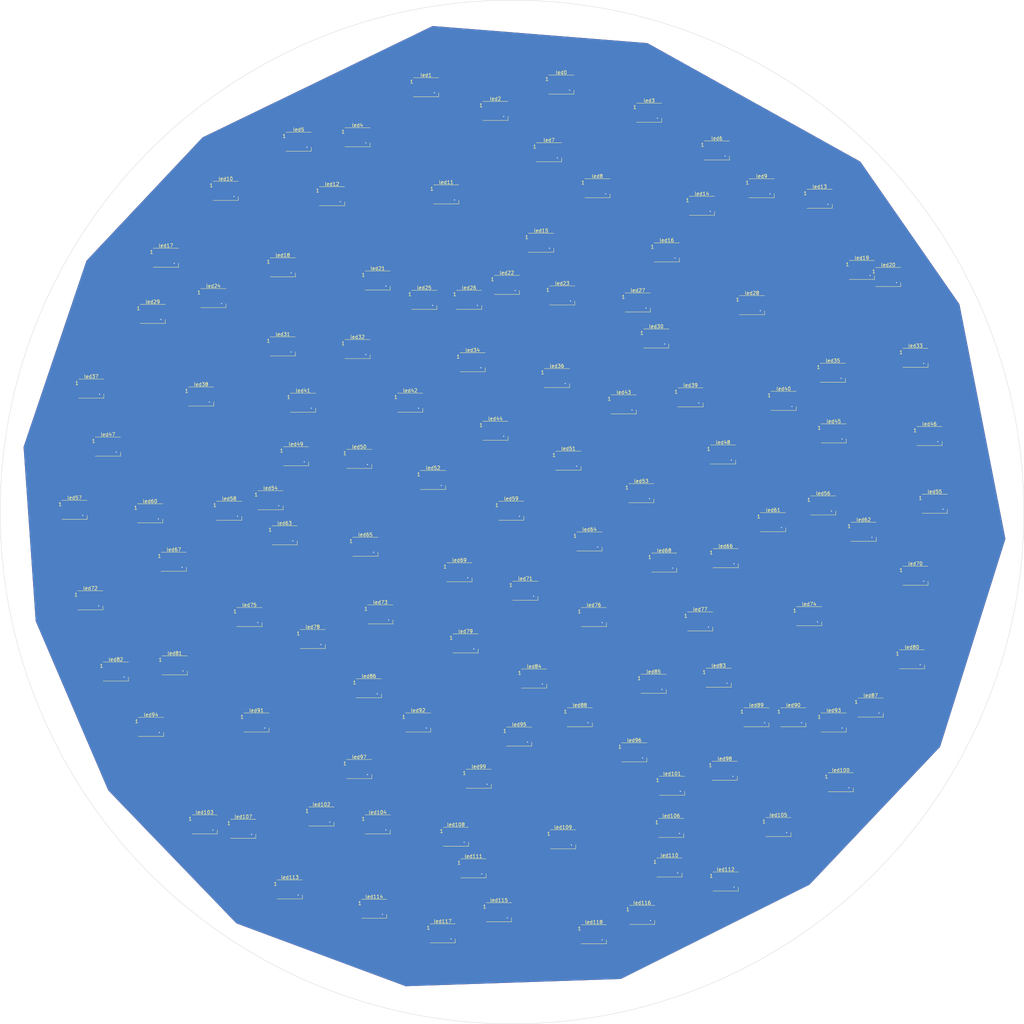
<source format=kicad_pcb>
(kicad_pcb (version 20211014) (generator pcbnew)
  (layers (0 "F.Cu" signal) (31 "B.Cu" signal) (34 "B.Paste" user) (35 "F.Paste" user) (36 "B.SilkS" user "B.Silkscreen") (37 "F.SilkS" user "F.Silkscreen") (38 "B.Mask" user) (39 "F.Mask" user) (44 "Edge.Cuts" user))
  (net 0 "")
  (net 1 "GND")
  (net 2 "5V")
  (net 3 "LINK00")
  (net 4 "LINK01")
  (net 5 "LINK02")
  (net 6 "LINK03")
  (net 7 "LINK04")
  (net 8 "LINK05")
  (net 9 "LINK06")
  (net 10 "LINK07")
  (net 11 "LINK08")
  (net 12 "LINK09")
  (net 13 "LINK10")
  (net 14 "LINK11")
  (net 15 "LINK12")
  (net 16 "LINK13")
  (net 17 "LINK14")
  (net 18 "LINK15")
  (net 19 "LINK16")
  (net 20 "LINK17")
  (net 21 "LINK18")
  (net 22 "LINK19")
  (net 23 "LINK20")
  (net 24 "LINK21")
  (net 25 "LINK22")
  (net 26 "LINK23")
  (net 27 "LINK24")
  (net 28 "LINK25")
  (net 29 "LINK26")
  (net 30 "LINK27")
  (net 31 "LINK28")
  (net 32 "LINK29")
  (net 33 "LINK30")
  (net 34 "LINK31")
  (net 35 "LINK32")
  (net 36 "LINK33")
  (net 37 "LINK34")
  (net 38 "LINK35")
  (net 39 "LINK36")
  (net 40 "LINK37")
  (net 41 "LINK38")
  (net 42 "LINK39")
  (net 43 "LINK40")
  (net 44 "LINK41")
  (net 45 "LINK42")
  (net 46 "LINK43")
  (net 47 "LINK44")
  (net 48 "LINK45")
  (net 49 "LINK46")
  (net 50 "LINK47")
  (net 51 "LINK48")
  (net 52 "LINK49")
  (net 53 "LINK50")
  (net 54 "LINK51")
  (net 55 "LINK52")
  (net 56 "LINK53")
  (net 57 "LINK54")
  (net 58 "LINK55")
  (net 59 "LINK56")
  (net 60 "LINK57")
  (net 61 "LINK58")
  (net 62 "LINK59")
  (net 63 "LINK60")
  (net 64 "LINK61")
  (net 65 "LINK62")
  (net 66 "LINK63")
  (net 67 "LINK64")
  (net 68 "LINK65")
  (net 69 "LINK66")
  (net 70 "LINK67")
  (net 71 "LINK68")
  (net 72 "LINK69")
  (net 73 "LINK70")
  (net 74 "LINK71")
  (net 75 "LINK72")
  (net 76 "LINK73")
  (net 77 "LINK74")
  (net 78 "LINK75")
  (net 79 "LINK76")
  (net 80 "LINK77")
  (net 81 "LINK78")
  (net 82 "LINK79")
  (net 83 "LINK80")
  (net 84 "LINK81")
  (net 85 "LINK82")
  (net 86 "LINK83")
  (net 87 "LINK84")
  (net 88 "LINK85")
  (net 89 "LINK86")
  (net 90 "LINK87")
  (net 91 "LINK88")
  (net 92 "LINK89")
  (net 93 "LINK90")
  (net 94 "LINK91")
  (net 95 "LINK92")
  (net 96 "LINK93")
  (net 97 "LINK94")
  (net 98 "LINK95")
  (net 99 "LINK96")
  (net 100 "LINK97")
  (net 101 "LINK98")
  (net 102 "LINK99")
  (net 103 "LINK100")
  (net 104 "LINK101")
  (net 105 "LINK102")
  (net 106 "LINK103")
  (net 107 "LINK104")
  (net 108 "LINK105")
  (net 109 "LINK106")
  (net 110 "LINK107")
  (net 111 "LINK108")
  (net 112 "LINK109")
  (net 113 "LINK110")
  (net 114 "LINK111")
  (net 115 "LINK112")
  (net 116 "LINK113")
  (net 117 "LINK114")
  (net 118 "LINK115")
  (net 119 "LINK116")
  (net 120 "LINK117")
  (net 121 "LINK118")
  (net 122 "LINK119")
  (footprint "LED_WS2812B_PLCC4_5.0x5.0mm_P3.2mm" (layer "F.Cu") (at 206.756 93.218)
    (fp_text reference "led40" (at 0 -3.5) (layer "F.SilkS"))
    (fp_text value "LED_WS2812B_PLCC4_5.0x5.0mm_P3.2mm")
    (fp_text user "1" (at -4.15 -1.6) (layer "F.SilkS"))
    (pad "1" smd rect (at -2.45 -1.6) (size 1.5 1) (layers "F.Cu" "F.Paste" "F.Mask") (net 2 "5V"))
    (pad "2" smd rect (at -2.45 1.6) (size 1.5 1) (layers "F.Cu" "F.Paste" "F.Mask") (net 44 "LINK41"))
    (pad "3" smd rect (at 2.45 1.6) (size 1.5 1) (layers "F.Cu" "F.Paste" "F.Mask") (net 1 "GND"))
    (pad "4" smd rect (at 2.45 -1.6) (size 1.5 1) (layers "F.Cu" "F.Paste" "F.Mask") (net 43 "LINK40"))
  )
  (footprint "LED_WS2812B_PLCC4_5.0x5.0mm_P3.2mm" (layer "F.Cu") (at 67.818 93.726)
    (fp_text reference "led41" (at 0 -3.5) (layer "F.SilkS"))
    (fp_text value "LED_WS2812B_PLCC4_5.0x5.0mm_P3.2mm")
    (fp_text user "1" (at -4.15 -1.6) (layer "F.SilkS"))
    (pad "1" smd rect (at -2.45 -1.6) (size 1.5 1) (layers "F.Cu" "F.Paste" "F.Mask") (net 2 "5V"))
    (pad "2" smd rect (at -2.45 1.6) (size 1.5 1) (layers "F.Cu" "F.Paste" "F.Mask") (net 45 "LINK42"))
    (pad "3" smd rect (at 2.45 1.6) (size 1.5 1) (layers "F.Cu" "F.Paste" "F.Mask") (net 1 "GND"))
    (pad "4" smd rect (at 2.45 -1.6) (size 1.5 1) (layers "F.Cu" "F.Paste" "F.Mask") (net 44 "LINK41"))
  )
  (footprint "LED_WS2812B_PLCC4_5.0x5.0mm_P3.2mm" (layer "F.Cu") (at 115.824 64.008)
    (fp_text reference "led26" (at 0 -3.5) (layer "F.SilkS"))
    (fp_text value "LED_WS2812B_PLCC4_5.0x5.0mm_P3.2mm")
    (fp_text user "1" (at -4.15 -1.6) (layer "F.SilkS"))
    (pad "1" smd rect (at -2.45 -1.6) (size 1.5 1) (layers "F.Cu" "F.Paste" "F.Mask") (net 2 "5V"))
    (pad "2" smd rect (at -2.45 1.6) (size 1.5 1) (layers "F.Cu" "F.Paste" "F.Mask") (net 30 "LINK27"))
    (pad "3" smd rect (at 2.45 1.6) (size 1.5 1) (layers "F.Cu" "F.Paste" "F.Mask") (net 1 "GND"))
    (pad "4" smd rect (at 2.45 -1.6) (size 1.5 1) (layers "F.Cu" "F.Paste" "F.Mask") (net 29 "LINK26"))
  )
  (footprint "LED_WS2812B_PLCC4_5.0x5.0mm_P3.2mm" (layer "F.Cu") (at 39.37 215.646)
    (fp_text reference "led103" (at 0 -3.5) (layer "F.SilkS"))
    (fp_text value "LED_WS2812B_PLCC4_5.0x5.0mm_P3.2mm")
    (fp_text user "1" (at -4.15 -1.6) (layer "F.SilkS"))
    (pad "1" smd rect (at -2.45 -1.6) (size 1.5 1) (layers "F.Cu" "F.Paste" "F.Mask") (net 2 "5V"))
    (pad "2" smd rect (at -2.45 1.6) (size 1.5 1) (layers "F.Cu" "F.Paste" "F.Mask") (net 107 "LINK104"))
    (pad "3" smd rect (at 2.45 1.6) (size 1.5 1) (layers "F.Cu" "F.Paste" "F.Mask") (net 1 "GND"))
    (pad "4" smd rect (at 2.45 -1.6) (size 1.5 1) (layers "F.Cu" "F.Paste" "F.Mask") (net 106 "LINK103"))
  )
  (footprint "LED_WS2812B_PLCC4_5.0x5.0mm_P3.2mm" (layer "F.Cu") (at 150.622 133.857999)
    (fp_text reference "led64" (at 0 -3.5) (layer "F.SilkS"))
    (fp_text value "LED_WS2812B_PLCC4_5.0x5.0mm_P3.2mm")
    (fp_text user "1" (at -4.15 -1.6) (layer "F.SilkS"))
    (pad "1" smd rect (at -2.45 -1.6) (size 1.5 1) (layers "F.Cu" "F.Paste" "F.Mask") (net 2 "5V"))
    (pad "2" smd rect (at -2.45 1.6) (size 1.5 1) (layers "F.Cu" "F.Paste" "F.Mask") (net 68 "LINK65"))
    (pad "3" smd rect (at 2.45 1.6) (size 1.5 1) (layers "F.Cu" "F.Paste" "F.Mask") (net 1 "GND"))
    (pad "4" smd rect (at 2.45 -1.6) (size 1.5 1) (layers "F.Cu" "F.Paste" "F.Mask") (net 67 "LINK64"))
  )
  (footprint "LED_WS2812B_PLCC4_5.0x5.0mm_P3.2mm" (layer "F.Cu") (at 229.362 55.372)
    (fp_text reference "led19" (at 0 -3.5) (layer "F.SilkS"))
    (fp_text value "LED_WS2812B_PLCC4_5.0x5.0mm_P3.2mm")
    (fp_text user "1" (at -4.15 -1.6) (layer "F.SilkS"))
    (pad "1" smd rect (at -2.45 -1.6) (size 1.5 1) (layers "F.Cu" "F.Paste" "F.Mask") (net 2 "5V"))
    (pad "2" smd rect (at -2.45 1.6) (size 1.5 1) (layers "F.Cu" "F.Paste" "F.Mask") (net 23 "LINK20"))
    (pad "3" smd rect (at 2.45 1.6) (size 1.5 1) (layers "F.Cu" "F.Paste" "F.Mask") (net 1 "GND"))
    (pad "4" smd rect (at 2.45 -1.6) (size 1.5 1) (layers "F.Cu" "F.Paste" "F.Mask") (net 22 "LINK19"))
  )
  (footprint "LED_WS2812B_PLCC4_5.0x5.0mm_P3.2mm" (layer "F.Cu") (at 169.164 175.006)
    (fp_text reference "led85" (at 0 -3.5) (layer "F.SilkS"))
    (fp_text value "LED_WS2812B_PLCC4_5.0x5.0mm_P3.2mm")
    (fp_text user "1" (at -4.15 -1.6) (layer "F.SilkS"))
    (pad "1" smd rect (at -2.45 -1.6) (size 1.5 1) (layers "F.Cu" "F.Paste" "F.Mask") (net 2 "5V"))
    (pad "2" smd rect (at -2.45 1.6) (size 1.5 1) (layers "F.Cu" "F.Paste" "F.Mask") (net 89 "LINK86"))
    (pad "3" smd rect (at 2.45 1.6) (size 1.5 1) (layers "F.Cu" "F.Paste" "F.Mask") (net 1 "GND"))
    (pad "4" smd rect (at 2.45 -1.6) (size 1.5 1) (layers "F.Cu" "F.Paste" "F.Mask") (net 88 "LINK85"))
  )
  (footprint "LED_WS2812B_PLCC4_5.0x5.0mm_P3.2mm" (layer "F.Cu") (at 50.546 216.916)
    (fp_text reference "led107" (at 0 -3.5) (layer "F.SilkS"))
    (fp_text value "LED_WS2812B_PLCC4_5.0x5.0mm_P3.2mm")
    (fp_text user "1" (at -4.15 -1.6) (layer "F.SilkS"))
    (pad "1" smd rect (at -2.45 -1.6) (size 1.5 1) (layers "F.Cu" "F.Paste" "F.Mask") (net 2 "5V"))
    (pad "2" smd rect (at -2.45 1.6) (size 1.5 1) (layers "F.Cu" "F.Paste" "F.Mask") (net 111 "LINK108"))
    (pad "3" smd rect (at 2.45 1.6) (size 1.5 1) (layers "F.Cu" "F.Paste" "F.Mask") (net 1 "GND"))
    (pad "4" smd rect (at 2.45 -1.6) (size 1.5 1) (layers "F.Cu" "F.Paste" "F.Mask") (net 110 "LINK107"))
  )
  (footprint "LED_WS2812B_PLCC4_5.0x5.0mm_P3.2mm" (layer "F.Cu") (at 187.96 173.228)
    (fp_text reference "led83" (at 0 -3.5) (layer "F.SilkS"))
    (fp_text value "LED_WS2812B_PLCC4_5.0x5.0mm_P3.2mm")
    (fp_text user "1" (at -4.15 -1.6) (layer "F.SilkS"))
    (pad "1" smd rect (at -2.45 -1.6) (size 1.5 1) (layers "F.Cu" "F.Paste" "F.Mask") (net 2 "5V"))
    (pad "2" smd rect (at -2.45 1.6) (size 1.5 1) (layers "F.Cu" "F.Paste" "F.Mask") (net 87 "LINK84"))
    (pad "3" smd rect (at 2.45 1.6) (size 1.5 1) (layers "F.Cu" "F.Paste" "F.Mask") (net 1 "GND"))
    (pad "4" smd rect (at 2.45 -1.6) (size 1.5 1) (layers "F.Cu" "F.Paste" "F.Mask") (net 86 "LINK83"))
  )
  (footprint "LED_WS2812B_PLCC4_5.0x5.0mm_P3.2mm" (layer "F.Cu") (at 24.384 68.072)
    (fp_text reference "led29" (at 0 -3.5) (layer "F.SilkS"))
    (fp_text value "LED_WS2812B_PLCC4_5.0x5.0mm_P3.2mm")
    (fp_text user "1" (at -4.15 -1.6) (layer "F.SilkS"))
    (pad "1" smd rect (at -2.45 -1.6) (size 1.5 1) (layers "F.Cu" "F.Paste" "F.Mask") (net 2 "5V"))
    (pad "2" smd rect (at -2.45 1.6) (size 1.5 1) (layers "F.Cu" "F.Paste" "F.Mask") (net 33 "LINK30"))
    (pad "3" smd rect (at 2.45 1.6) (size 1.5 1) (layers "F.Cu" "F.Paste" "F.Mask") (net 1 "GND"))
    (pad "4" smd rect (at 2.45 -1.6) (size 1.5 1) (layers "F.Cu" "F.Paste" "F.Mask") (net 32 "LINK29"))
  )
  (footprint "LED_WS2812B_PLCC4_5.0x5.0mm_P3.2mm" (layer "F.Cu") (at 38.354 91.948)
    (fp_text reference "led38" (at 0 -3.5) (layer "F.SilkS"))
    (fp_text value "LED_WS2812B_PLCC4_5.0x5.0mm_P3.2mm")
    (fp_text user "1" (at -4.15 -1.6) (layer "F.SilkS"))
    (pad "1" smd rect (at -2.45 -1.6) (size 1.5 1) (layers "F.Cu" "F.Paste" "F.Mask") (net 2 "5V"))
    (pad "2" smd rect (at -2.45 1.6) (size 1.5 1) (layers "F.Cu" "F.Paste" "F.Mask") (net 42 "LINK39"))
    (pad "3" smd rect (at 2.45 1.6) (size 1.5 1) (layers "F.Cu" "F.Paste" "F.Mask") (net 1 "GND"))
    (pad "4" smd rect (at 2.45 -1.6) (size 1.5 1) (layers "F.Cu" "F.Paste" "F.Mask") (net 41 "LINK38"))
  )
  (footprint "LED_WS2812B_PLCC4_5.0x5.0mm_P3.2mm" (layer "F.Cu") (at 220.98 85.09)
    (fp_text reference "led35" (at 0 -3.5) (layer "F.SilkS"))
    (fp_text value "LED_WS2812B_PLCC4_5.0x5.0mm_P3.2mm")
    (fp_text user "1" (at -4.15 -1.6) (layer "F.SilkS"))
    (pad "1" smd rect (at -2.45 -1.6) (size 1.5 1) (layers "F.Cu" "F.Paste" "F.Mask") (net 2 "5V"))
    (pad "2" smd rect (at -2.45 1.6) (size 1.5 1) (layers "F.Cu" "F.Paste" "F.Mask") (net 39 "LINK36"))
    (pad "3" smd rect (at 2.45 1.6) (size 1.5 1) (layers "F.Cu" "F.Paste" "F.Mask") (net 1 "GND"))
    (pad "4" smd rect (at 2.45 -1.6) (size 1.5 1) (layers "F.Cu" "F.Paste" "F.Mask") (net 38 "LINK35"))
  )
  (footprint "LED_WS2812B_PLCC4_5.0x5.0mm_P3.2mm" (layer "F.Cu") (at 236.982 57.404)
    (fp_text reference "led20" (at 0 -3.5) (layer "F.SilkS"))
    (fp_text value "LED_WS2812B_PLCC4_5.0x5.0mm_P3.2mm")
    (fp_text user "1" (at -4.15 -1.6) (layer "F.SilkS"))
    (pad "1" smd rect (at -2.45 -1.6) (size 1.5 1) (layers "F.Cu" "F.Paste" "F.Mask") (net 2 "5V"))
    (pad "2" smd rect (at -2.45 1.6) (size 1.5 1) (layers "F.Cu" "F.Paste" "F.Mask") (net 24 "LINK21"))
    (pad "3" smd rect (at 2.45 1.6) (size 1.5 1) (layers "F.Cu" "F.Paste" "F.Mask") (net 1 "GND"))
    (pad "4" smd rect (at 2.45 -1.6) (size 1.5 1) (layers "F.Cu" "F.Paste" "F.Mask") (net 23 "LINK20"))
  )
  (footprint "LED_WS2812B_PLCC4_5.0x5.0mm_P3.2mm" (layer "F.Cu") (at 160.528 94.234)
    (fp_text reference "led43" (at 0 -3.5) (layer "F.SilkS"))
    (fp_text value "LED_WS2812B_PLCC4_5.0x5.0mm_P3.2mm")
    (fp_text user "1" (at -4.15 -1.6) (layer "F.SilkS"))
    (pad "1" smd rect (at -2.45 -1.6) (size 1.5 1) (layers "F.Cu" "F.Paste" "F.Mask") (net 2 "5V"))
    (pad "2" smd rect (at -2.45 1.6) (size 1.5 1) (layers "F.Cu" "F.Paste" "F.Mask") (net 47 "LINK44"))
    (pad "3" smd rect (at 2.45 1.6) (size 1.5 1) (layers "F.Cu" "F.Paste" "F.Mask") (net 1 "GND"))
    (pad "4" smd rect (at 2.45 -1.6) (size 1.5 1) (layers "F.Cu" "F.Paste" "F.Mask") (net 46 "LINK43"))
  )
  (footprint "LED_WS2812B_PLCC4_5.0x5.0mm_P3.2mm" (layer "F.Cu") (at 223.266 203.454)
    (fp_text reference "led100" (at 0 -3.5) (layer "F.SilkS"))
    (fp_text value "LED_WS2812B_PLCC4_5.0x5.0mm_P3.2mm")
    (fp_text user "1" (at -4.15 -1.6) (layer "F.SilkS"))
    (pad "1" smd rect (at -2.45 -1.6) (size 1.5 1) (layers "F.Cu" "F.Paste" "F.Mask") (net 2 "5V"))
    (pad "2" smd rect (at -2.45 1.6) (size 1.5 1) (layers "F.Cu" "F.Paste" "F.Mask") (net 104 "LINK101"))
    (pad "3" smd rect (at 2.45 1.6) (size 1.5 1) (layers "F.Cu" "F.Paste" "F.Mask") (net 1 "GND"))
    (pad "4" smd rect (at 2.45 -1.6) (size 1.5 1) (layers "F.Cu" "F.Paste" "F.Mask") (net 103 "LINK100"))
  )
  (footprint "LED_WS2812B_PLCC4_5.0x5.0mm_P3.2mm" (layer "F.Cu") (at 214.122 155.448)
    (fp_text reference "led74" (at 0 -3.5) (layer "F.SilkS"))
    (fp_text value "LED_WS2812B_PLCC4_5.0x5.0mm_P3.2mm")
    (fp_text user "1" (at -4.15 -1.6) (layer "F.SilkS"))
    (pad "1" smd rect (at -2.45 -1.6) (size 1.5 1) (layers "F.Cu" "F.Paste" "F.Mask") (net 2 "5V"))
    (pad "2" smd rect (at -2.45 1.6) (size 1.5 1) (layers "F.Cu" "F.Paste" "F.Mask") (net 78 "LINK75"))
    (pad "3" smd rect (at 2.45 1.6) (size 1.5 1) (layers "F.Cu" "F.Paste" "F.Mask") (net 1 "GND"))
    (pad "4" smd rect (at 2.45 -1.6) (size 1.5 1) (layers "F.Cu" "F.Paste" "F.Mask") (net 77 "LINK74"))
  )
  (footprint "LED_WS2812B_PLCC4_5.0x5.0mm_P3.2mm" (layer "F.Cu") (at 165.862 241.808)
    (fp_text reference "led116" (at 0 -3.5) (layer "F.SilkS"))
    (fp_text value "LED_WS2812B_PLCC4_5.0x5.0mm_P3.2mm")
    (fp_text user "1" (at -4.15 -1.6) (layer "F.SilkS"))
    (pad "1" smd rect (at -2.45 -1.6) (size 1.5 1) (layers "F.Cu" "F.Paste" "F.Mask") (net 2 "5V"))
    (pad "2" smd rect (at -2.45 1.6) (size 1.5 1) (layers "F.Cu" "F.Paste" "F.Mask") (net 120 "LINK117"))
    (pad "3" smd rect (at 2.45 1.6) (size 1.5 1) (layers "F.Cu" "F.Paste" "F.Mask") (net 1 "GND"))
    (pad "4" smd rect (at 2.45 -1.6) (size 1.5 1) (layers "F.Cu" "F.Paste" "F.Mask") (net 119 "LINK116"))
  )
  (footprint "LED_WS2812B_PLCC4_5.0x5.0mm_P3.2mm" (layer "F.Cu") (at 200.406 31.75)
    (fp_text reference "led9" (at 0 -3.5) (layer "F.SilkS"))
    (fp_text value "LED_WS2812B_PLCC4_5.0x5.0mm_P3.2mm")
    (fp_text user "1" (at -4.15 -1.6) (layer "F.SilkS"))
    (pad "1" smd rect (at -2.45 -1.6) (size 1.5 1) (layers "F.Cu" "F.Paste" "F.Mask") (net 2 "5V"))
    (pad "2" smd rect (at -2.45 1.6) (size 1.5 1) (layers "F.Cu" "F.Paste" "F.Mask") (net 13 "LINK10"))
    (pad "3" smd rect (at 2.45 1.6) (size 1.5 1) (layers "F.Cu" "F.Paste" "F.Mask") (net 1 "GND"))
    (pad "4" smd rect (at 2.45 -1.6) (size 1.5 1) (layers "F.Cu" "F.Paste" "F.Mask") (net 12 "LINK09"))
  )
  (footprint "LED_WS2812B_PLCC4_5.0x5.0mm_P3.2mm" (layer "F.Cu") (at 174.498 204.47)
    (fp_text reference "led101" (at 0 -3.5) (layer "F.SilkS"))
    (fp_text value "LED_WS2812B_PLCC4_5.0x5.0mm_P3.2mm")
    (fp_text user "1" (at -4.15 -1.6) (layer "F.SilkS"))
    (pad "1" smd rect (at -2.45 -1.6) (size 1.5 1) (layers "F.Cu" "F.Paste" "F.Mask") (net 2 "5V"))
    (pad "2" smd rect (at -2.45 1.6) (size 1.5 1) (layers "F.Cu" "F.Paste" "F.Mask") (net 105 "LINK102"))
    (pad "3" smd rect (at 2.45 1.6) (size 1.5 1) (layers "F.Cu" "F.Paste" "F.Mask") (net 1 "GND"))
    (pad "4" smd rect (at 2.45 -1.6) (size 1.5 1) (layers "F.Cu" "F.Paste" "F.Mask") (net 104 "LINK101"))
  )
  (footprint "LED_WS2812B_PLCC4_5.0x5.0mm_P3.2mm" (layer "F.Cu") (at 13.716 171.45)
    (fp_text reference "led82" (at 0 -3.5) (layer "F.SilkS"))
    (fp_text value "LED_WS2812B_PLCC4_5.0x5.0mm_P3.2mm")
    (fp_text user "1" (at -4.15 -1.6) (layer "F.SilkS"))
    (pad "1" smd rect (at -2.45 -1.6) (size 1.5 1) (layers "F.Cu" "F.Paste" "F.Mask") (net 2 "5V"))
    (pad "2" smd rect (at -2.45 1.6) (size 1.5 1) (layers "F.Cu" "F.Paste" "F.Mask") (net 86 "LINK83"))
    (pad "3" smd rect (at 2.45 1.6) (size 1.5 1) (layers "F.Cu" "F.Paste" "F.Mask") (net 1 "GND"))
    (pad "4" smd rect (at 2.45 -1.6) (size 1.5 1) (layers "F.Cu" "F.Paste" "F.Mask") (net 85 "LINK82"))
  )
  (footprint "LED_WS2812B_PLCC4_5.0x5.0mm_P3.2mm" (layer "F.Cu") (at 172.212 139.954)
    (fp_text reference "led68" (at 0 -3.5) (layer "F.SilkS"))
    (fp_text value "LED_WS2812B_PLCC4_5.0x5.0mm_P3.2mm")
    (fp_text user "1" (at -4.15 -1.6) (layer "F.SilkS"))
    (pad "1" smd rect (at -2.45 -1.6) (size 1.5 1) (layers "F.Cu" "F.Paste" "F.Mask") (net 2 "5V"))
    (pad "2" smd rect (at -2.45 1.6) (size 1.5 1) (layers "F.Cu" "F.Paste" "F.Mask") (net 72 "LINK69"))
    (pad "3" smd rect (at 2.45 1.6) (size 1.5 1) (layers "F.Cu" "F.Paste" "F.Mask") (net 1 "GND"))
    (pad "4" smd rect (at 2.45 -1.6) (size 1.5 1) (layers "F.Cu" "F.Paste" "F.Mask") (net 71 "LINK68"))
  )
  (footprint "LED_WS2812B_PLCC4_5.0x5.0mm_P3.2mm" (layer "F.Cu") (at 116.84 82.042)
    (fp_text reference "led34" (at 0 -3.5) (layer "F.SilkS"))
    (fp_text value "LED_WS2812B_PLCC4_5.0x5.0mm_P3.2mm")
    (fp_text user "1" (at -4.15 -1.6) (layer "F.SilkS"))
    (pad "1" smd rect (at -2.45 -1.6) (size 1.5 1) (layers "F.Cu" "F.Paste" "F.Mask") (net 2 "5V"))
    (pad "2" smd rect (at -2.45 1.6) (size 1.5 1) (layers "F.Cu" "F.Paste" "F.Mask") (net 38 "LINK35"))
    (pad "3" smd rect (at 2.45 1.6) (size 1.5 1) (layers "F.Cu" "F.Paste" "F.Mask") (net 1 "GND"))
    (pad "4" smd rect (at 2.45 -1.6) (size 1.5 1) (layers "F.Cu" "F.Paste" "F.Mask") (net 37 "LINK34"))
  )
  (footprint "LED_WS2812B_PLCC4_5.0x5.0mm_P3.2mm" (layer "F.Cu") (at 89.408 58.42)
    (fp_text reference "led21" (at 0 -3.5) (layer "F.SilkS"))
    (fp_text value "LED_WS2812B_PLCC4_5.0x5.0mm_P3.2mm")
    (fp_text user "1" (at -4.15 -1.6) (layer "F.SilkS"))
    (pad "1" smd rect (at -2.45 -1.6) (size 1.5 1) (layers "F.Cu" "F.Paste" "F.Mask") (net 2 "5V"))
    (pad "2" smd rect (at -2.45 1.6) (size 1.5 1) (layers "F.Cu" "F.Paste" "F.Mask") (net 25 "LINK22"))
    (pad "3" smd rect (at 2.45 1.6) (size 1.5 1) (layers "F.Cu" "F.Paste" "F.Mask") (net 1 "GND"))
    (pad "4" smd rect (at 2.45 -1.6) (size 1.5 1) (layers "F.Cu" "F.Paste" "F.Mask") (net 24 "LINK21"))
  )
  (footprint "LED_WS2812B_PLCC4_5.0x5.0mm_P3.2mm" (layer "F.Cu") (at 183.134 36.83)
    (fp_text reference "led14" (at 0 -3.5) (layer "F.SilkS"))
    (fp_text value "LED_WS2812B_PLCC4_5.0x5.0mm_P3.2mm")
    (fp_text user "1" (at -4.15 -1.6) (layer "F.SilkS"))
    (pad "1" smd rect (at -2.45 -1.6) (size 1.5 1) (layers "F.Cu" "F.Paste" "F.Mask") (net 2 "5V"))
    (pad "2" smd rect (at -2.45 1.6) (size 1.5 1) (layers "F.Cu" "F.Paste" "F.Mask") (net 18 "LINK15"))
    (pad "3" smd rect (at 2.45 1.6) (size 1.5 1) (layers "F.Cu" "F.Paste" "F.Mask") (net 1 "GND"))
    (pad "4" smd rect (at 2.45 -1.6) (size 1.5 1) (layers "F.Cu" "F.Paste" "F.Mask") (net 17 "LINK14"))
  )
  (footprint "LED_WS2812B_PLCC4_5.0x5.0mm_P3.2mm" (layer "F.Cu") (at 46.482 124.968)
    (fp_text reference "led58" (at 0 -3.5) (layer "F.SilkS"))
    (fp_text value "LED_WS2812B_PLCC4_5.0x5.0mm_P3.2mm")
    (fp_text user "1" (at -4.15 -1.6) (layer "F.SilkS"))
    (pad "1" smd rect (at -2.45 -1.6) (size 1.5 1) (layers "F.Cu" "F.Paste" "F.Mask") (net 2 "5V"))
    (pad "2" smd rect (at -2.45 1.6) (size 1.5 1) (layers "F.Cu" "F.Paste" "F.Mask") (net 62 "LINK59"))
    (pad "3" smd rect (at 2.45 1.6) (size 1.5 1) (layers "F.Cu" "F.Paste" "F.Mask") (net 1 "GND"))
    (pad "4" smd rect (at 2.45 -1.6) (size 1.5 1) (layers "F.Cu" "F.Paste" "F.Mask") (net 61 "LINK58"))
  )
  (footprint "LED_WS2812B_PLCC4_5.0x5.0mm_P3.2mm" (layer "F.Cu") (at 11.43 106.426)
    (fp_text reference "led47" (at 0 -3.5) (layer "F.SilkS"))
    (fp_text value "LED_WS2812B_PLCC4_5.0x5.0mm_P3.2mm")
    (fp_text user "1" (at -4.15 -1.6) (layer "F.SilkS"))
    (pad "1" smd rect (at -2.45 -1.6) (size 1.5 1) (layers "F.Cu" "F.Paste" "F.Mask") (net 2 "5V"))
    (pad "2" smd rect (at -2.45 1.6) (size 1.5 1) (layers "F.Cu" "F.Paste" "F.Mask") (net 51 "LINK48"))
    (pad "3" smd rect (at 2.45 1.6) (size 1.5 1) (layers "F.Cu" "F.Paste" "F.Mask") (net 1 "GND"))
    (pad "4" smd rect (at 2.45 -1.6) (size 1.5 1) (layers "F.Cu" "F.Paste" "F.Mask") (net 50 "LINK47"))
  )
  (footprint "LED_WS2812B_PLCC4_5.0x5.0mm_P3.2mm" (layer "F.Cu") (at 189.992 232.156)
    (fp_text reference "led112" (at 0 -3.5) (layer "F.SilkS"))
    (fp_text value "LED_WS2812B_PLCC4_5.0x5.0mm_P3.2mm")
    (fp_text user "1" (at -4.15 -1.6) (layer "F.SilkS"))
    (pad "1" smd rect (at -2.45 -1.6) (size 1.5 1) (layers "F.Cu" "F.Paste" "F.Mask") (net 2 "5V"))
    (pad "2" smd rect (at -2.45 1.6) (size 1.5 1) (layers "F.Cu" "F.Paste" "F.Mask") (net 116 "LINK113"))
    (pad "3" smd rect (at 2.45 1.6) (size 1.5 1) (layers "F.Cu" "F.Paste" "F.Mask") (net 1 "GND"))
    (pad "4" smd rect (at 2.45 -1.6) (size 1.5 1) (layers "F.Cu" "F.Paste" "F.Mask") (net 115 "LINK112"))
  )
  (footprint "LED_WS2812B_PLCC4_5.0x5.0mm_P3.2mm" (layer "F.Cu") (at 41.91 63.5)
    (fp_text reference "led24" (at 0 -3.5) (layer "F.SilkS"))
    (fp_text value "LED_WS2812B_PLCC4_5.0x5.0mm_P3.2mm")
    (fp_text user "1" (at -4.15 -1.6) (layer "F.SilkS"))
    (pad "1" smd rect (at -2.45 -1.6) (size 1.5 1) (layers "F.Cu" "F.Paste" "F.Mask") (net 2 "5V"))
    (pad "2" smd rect (at -2.45 1.6) (size 1.5 1) (layers "F.Cu" "F.Paste" "F.Mask") (net 28 "LINK25"))
    (pad "3" smd rect (at 2.45 1.6) (size 1.5 1) (layers "F.Cu" "F.Paste" "F.Mask") (net 1 "GND"))
    (pad "4" smd rect (at 2.45 -1.6) (size 1.5 1) (layers "F.Cu" "F.Paste" "F.Mask") (net 27 "LINK24"))
  )
  (footprint "LED_WS2812B_PLCC4_5.0x5.0mm_P3.2mm" (layer "F.Cu") (at 221.234 186.182)
    (fp_text reference "led93" (at 0 -3.5) (layer "F.SilkS"))
    (fp_text value "LED_WS2812B_PLCC4_5.0x5.0mm_P3.2mm")
    (fp_text user "1" (at -4.15 -1.6) (layer "F.SilkS"))
    (pad "1" smd rect (at -2.45 -1.6) (size 1.5 1) (layers "F.Cu" "F.Paste" "F.Mask") (net 2 "5V"))
    (pad "2" smd rect (at -2.45 1.6) (size 1.5 1) (layers "F.Cu" "F.Paste" "F.Mask") (net 97 "LINK94"))
    (pad "3" smd rect (at 2.45 1.6) (size 1.5 1) (layers "F.Cu" "F.Paste" "F.Mask") (net 1 "GND"))
    (pad "4" smd rect (at 2.45 -1.6) (size 1.5 1) (layers "F.Cu" "F.Paste" "F.Mask") (net 96 "LINK93"))
  )
  (footprint "LED_WS2812B_PLCC4_5.0x5.0mm_P3.2mm" (layer "F.Cu") (at 198.882 184.658)
    (fp_text reference "led89" (at 0 -3.5) (layer "F.SilkS"))
    (fp_text value "LED_WS2812B_PLCC4_5.0x5.0mm_P3.2mm")
    (fp_text user "1" (at -4.15 -1.6) (layer "F.SilkS"))
    (pad "1" smd rect (at -2.45 -1.6) (size 1.5 1) (layers "F.Cu" "F.Paste" "F.Mask") (net 2 "5V"))
    (pad "2" smd rect (at -2.45 1.6) (size 1.5 1) (layers "F.Cu" "F.Paste" "F.Mask") (net 93 "LINK90"))
    (pad "3" smd rect (at 2.45 1.6) (size 1.5 1) (layers "F.Cu" "F.Paste" "F.Mask") (net 1 "GND"))
    (pad "4" smd rect (at 2.45 -1.6) (size 1.5 1) (layers "F.Cu" "F.Paste" "F.Mask") (net 92 "LINK89"))
  )
  (footprint "LED_WS2812B_PLCC4_5.0x5.0mm_P3.2mm" (layer "F.Cu") (at 61.976 54.61)
    (fp_text reference "led18" (at 0 -3.5) (layer "F.SilkS"))
    (fp_text value "LED_WS2812B_PLCC4_5.0x5.0mm_P3.2mm")
    (fp_text user "1" (at -4.15 -1.6) (layer "F.SilkS"))
    (pad "1" smd rect (at -2.45 -1.6) (size 1.5 1) (layers "F.Cu" "F.Paste" "F.Mask") (net 2 "5V"))
    (pad "2" smd rect (at -2.45 1.6) (size 1.5 1) (layers "F.Cu" "F.Paste" "F.Mask") (net 22 "LINK19"))
    (pad "3" smd rect (at 2.45 1.6) (size 1.5 1) (layers "F.Cu" "F.Paste" "F.Mask") (net 1 "GND"))
    (pad "4" smd rect (at 2.45 -1.6) (size 1.5 1) (layers "F.Cu" "F.Paste" "F.Mask") (net 21 "LINK18"))
  )
  (footprint "LED_WS2812B_PLCC4_5.0x5.0mm_P3.2mm" (layer "F.Cu") (at 65.786 109.22)
    (fp_text reference "led49" (at 0 -3.5) (layer "F.SilkS"))
    (fp_text value "LED_WS2812B_PLCC4_5.0x5.0mm_P3.2mm")
    (fp_text user "1" (at -4.15 -1.6) (layer "F.SilkS"))
    (pad "1" smd rect (at -2.45 -1.6) (size 1.5 1) (layers "F.Cu" "F.Paste" "F.Mask") (net 2 "5V"))
    (pad "2" smd rect (at -2.45 1.6) (size 1.5 1) (layers "F.Cu" "F.Paste" "F.Mask") (net 53 "LINK50"))
    (pad "3" smd rect (at 2.45 1.6) (size 1.5 1) (layers "F.Cu" "F.Paste" "F.Mask") (net 1 "GND"))
    (pad "4" smd rect (at 2.45 -1.6) (size 1.5 1) (layers "F.Cu" "F.Paste" "F.Mask") (net 52 "LINK49"))
  )
  (footprint "LED_WS2812B_PLCC4_5.0x5.0mm_P3.2mm" (layer "F.Cu") (at 152.908 31.75)
    (fp_text reference "led8" (at 0 -3.5) (layer "F.SilkS"))
    (fp_text value "LED_WS2812B_PLCC4_5.0x5.0mm_P3.2mm")
    (fp_text user "1" (at -4.15 -1.6) (layer "F.SilkS"))
    (pad "1" smd rect (at -2.45 -1.6) (size 1.5 1) (layers "F.Cu" "F.Paste" "F.Mask") (net 2 "5V"))
    (pad "2" smd rect (at -2.45 1.6) (size 1.5 1) (layers "F.Cu" "F.Paste" "F.Mask") (net 12 "LINK09"))
    (pad "3" smd rect (at 2.45 1.6) (size 1.5 1) (layers "F.Cu" "F.Paste" "F.Mask") (net 1 "GND"))
    (pad "4" smd rect (at 2.45 -1.6) (size 1.5 1) (layers "F.Cu" "F.Paste" "F.Mask") (net 11 "LINK08"))
  )
  (footprint "LED_WS2812B_PLCC4_5.0x5.0mm_P3.2mm" (layer "F.Cu") (at 90.17 154.94)
    (fp_text reference "led73" (at 0 -3.5) (layer "F.SilkS"))
    (fp_text value "LED_WS2812B_PLCC4_5.0x5.0mm_P3.2mm")
    (fp_text user "1" (at -4.15 -1.6) (layer "F.SilkS"))
    (pad "1" smd rect (at -2.45 -1.6) (size 1.5 1) (layers "F.Cu" "F.Paste" "F.Mask") (net 2 "5V"))
    (pad "2" smd rect (at -2.45 1.6) (size 1.5 1) (layers "F.Cu" "F.Paste" "F.Mask") (net 77 "LINK74"))
    (pad "3" smd rect (at 2.45 1.6) (size 1.5 1) (layers "F.Cu" "F.Paste" "F.Mask") (net 1 "GND"))
    (pad "4" smd rect (at 2.45 -1.6) (size 1.5 1) (layers "F.Cu" "F.Paste" "F.Mask") (net 76 "LINK73"))
  )
  (footprint "LED_WS2812B_PLCC4_5.0x5.0mm_P3.2mm" (layer "F.Cu") (at 66.548 18.288)
    (fp_text reference "led5" (at 0 -3.5) (layer "F.SilkS"))
    (fp_text value "LED_WS2812B_PLCC4_5.0x5.0mm_P3.2mm")
    (fp_text user "1" (at -4.15 -1.6) (layer "F.SilkS"))
    (pad "1" smd rect (at -2.45 -1.6) (size 1.5 1) (layers "F.Cu" "F.Paste" "F.Mask") (net 2 "5V"))
    (pad "2" smd rect (at -2.45 1.6) (size 1.5 1) (layers "F.Cu" "F.Paste" "F.Mask") (net 9 "LINK06"))
    (pad "3" smd rect (at 2.45 1.6) (size 1.5 1) (layers "F.Cu" "F.Paste" "F.Mask") (net 1 "GND"))
    (pad "4" smd rect (at 2.45 -1.6) (size 1.5 1) (layers "F.Cu" "F.Paste" "F.Mask") (net 8 "LINK05"))
  )
  (footprint "LED_WS2812B_PLCC4_5.0x5.0mm_P3.2mm" (layer "F.Cu") (at 89.408 215.646)
    (fp_text reference "led104" (at 0 -3.5) (layer "F.SilkS"))
    (fp_text value "LED_WS2812B_PLCC4_5.0x5.0mm_P3.2mm")
    (fp_text user "1" (at -4.15 -1.6) (layer "F.SilkS"))
    (pad "1" smd rect (at -2.45 -1.6) (size 1.5 1) (layers "F.Cu" "F.Paste" "F.Mask") (net 2 "5V"))
    (pad "2" smd rect (at -2.45 1.6) (size 1.5 1) (layers "F.Cu" "F.Paste" "F.Mask") (net 108 "LINK105"))
    (pad "3" smd rect (at 2.45 1.6) (size 1.5 1) (layers "F.Cu" "F.Paste" "F.Mask") (net 1 "GND"))
    (pad "4" smd rect (at 2.45 -1.6) (size 1.5 1) (layers "F.Cu" "F.Paste" "F.Mask") (net 107 "LINK104"))
  )
  (footprint "LED_WS2812B_PLCC4_5.0x5.0mm_P3.2mm" (layer "F.Cu") (at 108.204 247.142)
    (fp_text reference "led117" (at 0 -3.5) (layer "F.SilkS"))
    (fp_text value "LED_WS2812B_PLCC4_5.0x5.0mm_P3.2mm")
    (fp_text user "1" (at -4.15 -1.6) (layer "F.SilkS"))
    (pad "1" smd rect (at -2.45 -1.6) (size 1.5 1) (layers "F.Cu" "F.Paste" "F.Mask") (net 2 "5V"))
    (pad "2" smd rect (at -2.45 1.6) (size 1.5 1) (layers "F.Cu" "F.Paste" "F.Mask") (net 121 "LINK118"))
    (pad "3" smd rect (at 2.45 1.6) (size 1.5 1) (layers "F.Cu" "F.Paste" "F.Mask") (net 1 "GND"))
    (pad "4" smd rect (at 2.45 -1.6) (size 1.5 1) (layers "F.Cu" "F.Paste" "F.Mask") (net 120 "LINK117"))
  )
  (footprint "LED_WS2812B_PLCC4_5.0x5.0mm_P3.2mm" (layer "F.Cu") (at 218.186 123.444)
    (fp_text reference "led56" (at 0 -3.5) (layer "F.SilkS"))
    (fp_text value "LED_WS2812B_PLCC4_5.0x5.0mm_P3.2mm")
    (fp_text user "1" (at -4.15 -1.6) (layer "F.SilkS"))
    (pad "1" smd rect (at -2.45 -1.6) (size 1.5 1) (layers "F.Cu" "F.Paste" "F.Mask") (net 2 "5V"))
    (pad "2" smd rect (at -2.45 1.6) (size 1.5 1) (layers "F.Cu" "F.Paste" "F.Mask") (net 60 "LINK57"))
    (pad "3" smd rect (at 2.45 1.6) (size 1.5 1) (layers "F.Cu" "F.Paste" "F.Mask") (net 1 "GND"))
    (pad "4" smd rect (at 2.45 -1.6) (size 1.5 1) (layers "F.Cu" "F.Paste" "F.Mask") (net 59 "LINK56"))
  )
  (footprint "LED_WS2812B_PLCC4_5.0x5.0mm_P3.2mm" (layer "F.Cu") (at 61.976 77.47)
    (fp_text reference "led31" (at 0 -3.5) (layer "F.SilkS"))
    (fp_text value "LED_WS2812B_PLCC4_5.0x5.0mm_P3.2mm")
    (fp_text user "1" (at -4.15 -1.6) (layer "F.SilkS"))
    (pad "1" smd rect (at -2.45 -1.6) (size 1.5 1) (layers "F.Cu" "F.Paste" "F.Mask") (net 2 "5V"))
    (pad "2" smd rect (at -2.45 1.6) (size 1.5 1) (layers "F.Cu" "F.Paste" "F.Mask") (net 35 "LINK32"))
    (pad "3" smd rect (at 2.45 1.6) (size 1.5 1) (layers "F.Cu" "F.Paste" "F.Mask") (net 1 "GND"))
    (pad "4" smd rect (at 2.45 -1.6) (size 1.5 1) (layers "F.Cu" "F.Paste" "F.Mask") (net 34 "LINK31"))
  )
  (footprint "LED_WS2812B_PLCC4_5.0x5.0mm_P3.2mm" (layer "F.Cu") (at 105.41 116.078)
    (fp_text reference "led52" (at 0 -3.5) (layer "F.SilkS"))
    (fp_text value "LED_WS2812B_PLCC4_5.0x5.0mm_P3.2mm")
    (fp_text user "1" (at -4.15 -1.6) (layer "F.SilkS"))
    (pad "1" smd rect (at -2.45 -1.6) (size 1.5 1) (layers "F.Cu" "F.Paste" "F.Mask") (net 2 "5V"))
    (pad "2" smd rect (at -2.45 1.6) (size 1.5 1) (layers "F.Cu" "F.Paste" "F.Mask") (net 56 "LINK53"))
    (pad "3" smd rect (at 2.45 1.6) (size 1.5 1) (layers "F.Cu" "F.Paste" "F.Mask") (net 1 "GND"))
    (pad "4" smd rect (at 2.45 -1.6) (size 1.5 1) (layers "F.Cu" "F.Paste" "F.Mask") (net 55 "LINK52"))
  )
  (footprint "LED_WS2812B_PLCC4_5.0x5.0mm_P3.2mm" (layer "F.Cu") (at 62.484 132.08)
    (fp_text reference "led63" (at 0 -3.5) (layer "F.SilkS"))
    (fp_text value "LED_WS2812B_PLCC4_5.0x5.0mm_P3.2mm")
    (fp_text user "1" (at -4.15 -1.6) (layer "F.SilkS"))
    (pad "1" smd rect (at -2.45 -1.6) (size 1.5 1) (layers "F.Cu" "F.Paste" "F.Mask") (net 2 "5V"))
    (pad "2" smd rect (at -2.45 1.6) (size 1.5 1) (layers "F.Cu" "F.Paste" "F.Mask") (net 67 "LINK64"))
    (pad "3" smd rect (at 2.45 1.6) (size 1.5 1) (layers "F.Cu" "F.Paste" "F.Mask") (net 1 "GND"))
    (pad "4" smd rect (at 2.45 -1.6) (size 1.5 1) (layers "F.Cu" "F.Paste" "F.Mask") (net 66 "LINK63"))
  )
  (footprint "LED_WS2812B_PLCC4_5.0x5.0mm_P3.2mm" (layer "F.Cu") (at 101.092 186.182)
    (fp_text reference "led92" (at 0 -3.5) (layer "F.SilkS"))
    (fp_text value "LED_WS2812B_PLCC4_5.0x5.0mm_P3.2mm")
    (fp_text user "1" (at -4.15 -1.6) (layer "F.SilkS"))
    (pad "1" smd rect (at -2.45 -1.6) (size 1.5 1) (layers "F.Cu" "F.Paste" "F.Mask") (net 2 "5V"))
    (pad "2" smd rect (at -2.45 1.6) (size 1.5 1) (layers "F.Cu" "F.Paste" "F.Mask") (net 96 "LINK93"))
    (pad "3" smd rect (at 2.45 1.6) (size 1.5 1) (layers "F.Cu" "F.Paste" "F.Mask") (net 1 "GND"))
    (pad "4" smd rect (at 2.45 -1.6) (size 1.5 1) (layers "F.Cu" "F.Paste" "F.Mask") (net 95 "LINK92"))
  )
  (footprint "LED_WS2812B_PLCC4_5.0x5.0mm_P3.2mm" (layer "F.Cu") (at 147.828 184.658)
    (fp_text reference "led88" (at 0 -3.5) (layer "F.SilkS"))
    (fp_text value "LED_WS2812B_PLCC4_5.0x5.0mm_P3.2mm")
    (fp_text user "1" (at -4.15 -1.6) (layer "F.SilkS"))
    (pad "1" smd rect (at -2.45 -1.6) (size 1.5 1) (layers "F.Cu" "F.Paste" "F.Mask") (net 2 "5V"))
    (pad "2" smd rect (at -2.45 1.6) (size 1.5 1) (layers "F.Cu" "F.Paste" "F.Mask") (net 92 "LINK89"))
    (pad "3" smd rect (at 2.45 1.6) (size 1.5 1) (layers "F.Cu" "F.Paste" "F.Mask") (net 1 "GND"))
    (pad "4" smd rect (at 2.45 -1.6) (size 1.5 1) (layers "F.Cu" "F.Paste" "F.Mask") (net 91 "LINK88"))
  )
  (footprint "LED_WS2812B_PLCC4_5.0x5.0mm_P3.2mm" (layer "F.Cu") (at 143.002 219.964)
    (fp_text reference "led109" (at 0 -3.5) (layer "F.SilkS"))
    (fp_text value "LED_WS2812B_PLCC4_5.0x5.0mm_P3.2mm")
    (fp_text user "1" (at -4.15 -1.6) (layer "F.SilkS"))
    (pad "1" smd rect (at -2.45 -1.6) (size 1.5 1) (layers "F.Cu" "F.Paste" "F.Mask") (net 2 "5V"))
    (pad "2" smd rect (at -2.45 1.6) (size 1.5 1) (layers "F.Cu" "F.Paste" "F.Mask") (net 113 "LINK110"))
    (pad "3" smd rect (at 2.45 1.6) (size 1.5 1) (layers "F.Cu" "F.Paste" "F.Mask") (net 1 "GND"))
    (pad "4" smd rect (at 2.45 -1.6) (size 1.5 1) (layers "F.Cu" "F.Paste" "F.Mask") (net 112 "LINK109"))
  )
  (footprint "LED_WS2812B_PLCC4_5.0x5.0mm_P3.2mm" (layer "F.Cu") (at 172.974 50.292)
    (fp_text reference "led16" (at 0 -3.5) (layer "F.SilkS"))
    (fp_text value "LED_WS2812B_PLCC4_5.0x5.0mm_P3.2mm")
    (fp_text user "1" (at -4.15 -1.6) (layer "F.SilkS"))
    (pad "1" smd rect (at -2.45 -1.6) (size 1.5 1) (layers "F.Cu" "F.Paste" "F.Mask") (net 2 "5V"))
    (pad "2" smd rect (at -2.45 1.6) (size 1.5 1) (layers "F.Cu" "F.Paste" "F.Mask") (net 20 "LINK17"))
    (pad "3" smd rect (at 2.45 1.6) (size 1.5 1) (layers "F.Cu" "F.Paste" "F.Mask") (net 1 "GND"))
    (pad "4" smd rect (at 2.45 -1.6) (size 1.5 1) (layers "F.Cu" "F.Paste" "F.Mask") (net 19 "LINK16"))
  )
  (footprint "LED_WS2812B_PLCC4_5.0x5.0mm_P3.2mm" (layer "F.Cu") (at 64.008 234.442)
    (fp_text reference "led113" (at 0 -3.5) (layer "F.SilkS"))
    (fp_text value "LED_WS2812B_PLCC4_5.0x5.0mm_P3.2mm")
    (fp_text user "1" (at -4.15 -1.6) (layer "F.SilkS"))
    (pad "1" smd rect (at -2.45 -1.6) (size 1.5 1) (layers "F.Cu" "F.Paste" "F.Mask") (net 2 "5V"))
    (pad "2" smd rect (at -2.45 1.6) (size 1.5 1) (layers "F.Cu" "F.Paste" "F.Mask") (net 117 "LINK114"))
    (pad "3" smd rect (at 2.45 1.6) (size 1.5 1) (layers "F.Cu" "F.Paste" "F.Mask") (net 1 "GND"))
    (pad "4" smd rect (at 2.45 -1.6) (size 1.5 1) (layers "F.Cu" "F.Paste" "F.Mask") (net 116 "LINK113"))
  )
  (footprint "LED_WS2812B_PLCC4_5.0x5.0mm_P3.2mm" (layer "F.Cu") (at 250.444 122.936)
    (fp_text reference "led55" (at 0 -3.5) (layer "F.SilkS"))
    (fp_text value "LED_WS2812B_PLCC4_5.0x5.0mm_P3.2mm")
    (fp_text user "1" (at -4.15 -1.6) (layer "F.SilkS"))
    (pad "1" smd rect (at -2.45 -1.6) (size 1.5 1) (layers "F.Cu" "F.Paste" "F.Mask") (net 2 "5V"))
    (pad "2" smd rect (at -2.45 1.6) (size 1.5 1) (layers "F.Cu" "F.Paste" "F.Mask") (net 59 "LINK56"))
    (pad "3" smd rect (at 2.45 1.6) (size 1.5 1) (layers "F.Cu" "F.Paste" "F.Mask") (net 1 "GND"))
    (pad "4" smd rect (at 2.45 -1.6) (size 1.5 1) (layers "F.Cu" "F.Paste" "F.Mask") (net 58 "LINK55"))
  )
  (footprint "LED_WS2812B_PLCC4_5.0x5.0mm_P3.2mm" (layer "F.Cu") (at 1.778 124.714)
    (fp_text reference "led57" (at 0 -3.5) (layer "F.SilkS"))
    (fp_text value "LED_WS2812B_PLCC4_5.0x5.0mm_P3.2mm")
    (fp_text user "1" (at -4.15 -1.6) (layer "F.SilkS"))
    (pad "1" smd rect (at -2.45 -1.6) (size 1.5 1) (layers "F.Cu" "F.Paste" "F.Mask") (net 2 "5V"))
    (pad "2" smd rect (at -2.45 1.6) (size 1.5 1) (layers "F.Cu" "F.Paste" "F.Mask") (net 61 "LINK58"))
    (pad "3" smd rect (at 2.45 1.6) (size 1.5 1) (layers "F.Cu" "F.Paste" "F.Mask") (net 1 "GND"))
    (pad "4" smd rect (at 2.45 -1.6) (size 1.5 1) (layers "F.Cu" "F.Paste" "F.Mask") (net 60 "LINK57"))
  )
  (footprint "LED_WS2812B_PLCC4_5.0x5.0mm_P3.2mm" (layer "F.Cu") (at 117.094 228.346)
    (fp_text reference "led111" (at 0 -3.5) (layer "F.SilkS"))
    (fp_text value "LED_WS2812B_PLCC4_5.0x5.0mm_P3.2mm")
    (fp_text user "1" (at -4.15 -1.6) (layer "F.SilkS"))
    (pad "1" smd rect (at -2.45 -1.6) (size 1.5 1) (layers "F.Cu" "F.Paste" "F.Mask") (net 2 "5V"))
    (pad "2" smd rect (at -2.45 1.6) (size 1.5 1) (layers "F.Cu" "F.Paste" "F.Mask") (net 115 "LINK112"))
    (pad "3" smd rect (at 2.45 1.6) (size 1.5 1) (layers "F.Cu" "F.Paste" "F.Mask") (net 1 "GND"))
    (pad "4" smd rect (at 2.45 -1.6) (size 1.5 1) (layers "F.Cu" "F.Paste" "F.Mask") (net 114 "LINK111"))
  )
  (footprint "LED_WS2812B_PLCC4_5.0x5.0mm_P3.2mm" (layer "F.Cu") (at 86.868 176.276)
    (fp_text reference "led86" (at 0 -3.5) (layer "F.SilkS"))
    (fp_text value "LED_WS2812B_PLCC4_5.0x5.0mm_P3.2mm")
    (fp_text user "1" (at -4.15 -1.6) (layer "F.SilkS"))
    (pad "1" smd rect (at -2.45 -1.6) (size 1.5 1) (layers "F.Cu" "F.Paste" "F.Mask") (net 2 "5V"))
    (pad "2" smd rect (at -2.45 1.6) (size 1.5 1) (layers "F.Cu" "F.Paste" "F.Mask") (net 90 "LINK87"))
    (pad "3" smd rect (at 2.45 1.6) (size 1.5 1) (layers "F.Cu" "F.Paste" "F.Mask") (net 1 "GND"))
    (pad "4" smd rect (at 2.45 -1.6) (size 1.5 1) (layers "F.Cu" "F.Paste" "F.Mask") (net 89 "LINK86"))
  )
  (footprint "LED_WS2812B_PLCC4_5.0x5.0mm_P3.2mm" (layer "F.Cu") (at 174.244 216.662)
    (fp_text reference "led106" (at 0 -3.5) (layer "F.SilkS"))
    (fp_text value "LED_WS2812B_PLCC4_5.0x5.0mm_P3.2mm")
    (fp_text user "1" (at -4.15 -1.6) (layer "F.SilkS"))
    (pad "1" smd rect (at -2.45 -1.6) (size 1.5 1) (layers "F.Cu" "F.Paste" "F.Mask") (net 2 "5V"))
    (pad "2" smd rect (at -2.45 1.6) (size 1.5 1) (layers "F.Cu" "F.Paste" "F.Mask") (net 110 "LINK107"))
    (pad "3" smd rect (at 2.45 1.6) (size 1.5 1) (layers "F.Cu" "F.Paste" "F.Mask") (net 1 "GND"))
    (pad "4" smd rect (at 2.45 -1.6) (size 1.5 1) (layers "F.Cu" "F.Paste" "F.Mask") (net 109 "LINK106"))
  )
  (footprint "LED_WS2812B_PLCC4_5.0x5.0mm_P3.2mm" (layer "F.Cu") (at 209.55 184.658)
    (fp_text reference "led90" (at 0 -3.5) (layer "F.SilkS"))
    (fp_text value "LED_WS2812B_PLCC4_5.0x5.0mm_P3.2mm")
    (fp_text user "1" (at -4.15 -1.6) (layer "F.SilkS"))
    (pad "1" smd rect (at -2.45 -1.6) (size 1.5 1) (layers "F.Cu" "F.Paste" "F.Mask") (net 2 "5V"))
    (pad "2" smd rect (at -2.45 1.6) (size 1.5 1) (layers "F.Cu" "F.Paste" "F.Mask") (net 94 "LINK91"))
    (pad "3" smd rect (at 2.45 1.6) (size 1.5 1) (layers "F.Cu" "F.Paste" "F.Mask") (net 1 "GND"))
    (pad "4" smd rect (at 2.45 -1.6) (size 1.5 1) (layers "F.Cu" "F.Paste" "F.Mask") (net 93 "LINK90"))
  )
  (footprint "LED_WS2812B_PLCC4_5.0x5.0mm_P3.2mm" (layer "F.Cu") (at 123.444 9.398)
    (fp_text reference "led2" (at 0 -3.5) (layer "F.SilkS"))
    (fp_text value "LED_WS2812B_PLCC4_5.0x5.0mm_P3.2mm")
    (fp_text user "1" (at -4.15 -1.6) (layer "F.SilkS"))
    (pad "1" smd rect (at -2.45 -1.6) (size 1.5 1) (layers "F.Cu" "F.Paste" "F.Mask") (net 2 "5V"))
    (pad "2" smd rect (at -2.45 1.6) (size 1.5 1) (layers "F.Cu" "F.Paste" "F.Mask") (net 6 "LINK03"))
    (pad "3" smd rect (at 2.45 1.6) (size 1.5 1) (layers "F.Cu" "F.Paste" "F.Mask") (net 1 "GND"))
    (pad "4" smd rect (at 2.45 -1.6) (size 1.5 1) (layers "F.Cu" "F.Paste" "F.Mask") (net 5 "LINK02"))
  )
  (footprint "LED_WS2812B_PLCC4_5.0x5.0mm_P3.2mm" (layer "F.Cu") (at 130.302 190.246)
    (fp_text reference "led95" (at 0 -3.5) (layer "F.SilkS"))
    (fp_text value "LED_WS2812B_PLCC4_5.0x5.0mm_P3.2mm")
    (fp_text user "1" (at -4.15 -1.6) (layer "F.SilkS"))
    (pad "1" smd rect (at -2.45 -1.6) (size 1.5 1) (layers "F.Cu" "F.Paste" "F.Mask") (net 2 "5V"))
    (pad "2" smd rect (at -2.45 1.6) (size 1.5 1) (layers "F.Cu" "F.Paste" "F.Mask") (net 99 "LINK96"))
    (pad "3" smd rect (at 2.45 1.6) (size 1.5 1) (layers "F.Cu" "F.Paste" "F.Mask") (net 1 "GND"))
    (pad "4" smd rect (at 2.45 -1.6) (size 1.5 1) (layers "F.Cu" "F.Paste" "F.Mask") (net 98 "LINK95"))
  )
  (footprint "LED_WS2812B_PLCC4_5.0x5.0mm_P3.2mm" (layer "F.Cu") (at 76.2 34.036)
    (fp_text reference "led12" (at 0 -3.5) (layer "F.SilkS"))
    (fp_text value "LED_WS2812B_PLCC4_5.0x5.0mm_P3.2mm")
    (fp_text user "1" (at -4.15 -1.6) (layer "F.SilkS"))
    (pad "1" smd rect (at -2.45 -1.6) (size 1.5 1) (layers "F.Cu" "F.Paste" "F.Mask") (net 2 "5V"))
    (pad "2" smd rect (at -2.45 1.6) (size 1.5 1) (layers "F.Cu" "F.Paste" "F.Mask") (net 16 "LINK13"))
    (pad "3" smd rect (at 2.45 1.6) (size 1.5 1) (layers "F.Cu" "F.Paste" "F.Mask") (net 1 "GND"))
    (pad "4" smd rect (at 2.45 -1.6) (size 1.5 1) (layers "F.Cu" "F.Paste" "F.Mask") (net 15 "LINK12"))
  )
  (footprint "LED_WS2812B_PLCC4_5.0x5.0mm_P3.2mm" (layer "F.Cu") (at 52.324 155.702)
    (fp_text reference "led75" (at 0 -3.5) (layer "F.SilkS"))
    (fp_text value "LED_WS2812B_PLCC4_5.0x5.0mm_P3.2mm")
    (fp_text user "1" (at -4.15 -1.6) (layer "F.SilkS"))
    (pad "1" smd rect (at -2.45 -1.6) (size 1.5 1) (layers "F.Cu" "F.Paste" "F.Mask") (net 2 "5V"))
    (pad "2" smd rect (at -2.45 1.6) (size 1.5 1) (layers "F.Cu" "F.Paste" "F.Mask") (net 79 "LINK76"))
    (pad "3" smd rect (at 2.45 1.6) (size 1.5 1) (layers "F.Cu" "F.Paste" "F.Mask") (net 1 "GND"))
    (pad "4" smd rect (at 2.45 -1.6) (size 1.5 1) (layers "F.Cu" "F.Paste" "F.Mask") (net 78 "LINK75"))
  )
  (footprint "LED_WS2812B_PLCC4_5.0x5.0mm_P3.2mm" (layer "F.Cu") (at 189.738 200.152)
    (fp_text reference "led98" (at 0 -3.5) (layer "F.SilkS"))
    (fp_text value "LED_WS2812B_PLCC4_5.0x5.0mm_P3.2mm")
    (fp_text user "1" (at -4.15 -1.6) (layer "F.SilkS"))
    (pad "1" smd rect (at -2.45 -1.6) (size 1.5 1) (layers "F.Cu" "F.Paste" "F.Mask") (net 2 "5V"))
    (pad "2" smd rect (at -2.45 1.6) (size 1.5 1) (layers "F.Cu" "F.Paste" "F.Mask") (net 102 "LINK99"))
    (pad "3" smd rect (at 2.45 1.6) (size 1.5 1) (layers "F.Cu" "F.Paste" "F.Mask") (net 1 "GND"))
    (pad "4" smd rect (at 2.45 -1.6) (size 1.5 1) (layers "F.Cu" "F.Paste" "F.Mask") (net 101 "LINK98"))
  )
  (footprint "LED_WS2812B_PLCC4_5.0x5.0mm_P3.2mm" (layer "F.Cu") (at 197.612 65.532)
    (fp_text reference "led28" (at 0 -3.5) (layer "F.SilkS"))
    (fp_text value "LED_WS2812B_PLCC4_5.0x5.0mm_P3.2mm")
    (fp_text user "1" (at -4.15 -1.6) (layer "F.SilkS"))
    (pad "1" smd rect (at -2.45 -1.6) (size 1.5 1) (layers "F.Cu" "F.Paste" "F.Mask") (net 2 "5V"))
    (pad "2" smd rect (at -2.45 1.6) (size 1.5 1) (layers "F.Cu" "F.Paste" "F.Mask") (net 32 "LINK29"))
    (pad "3" smd rect (at 2.45 1.6) (size 1.5 1) (layers "F.Cu" "F.Paste" "F.Mask") (net 1 "GND"))
    (pad "4" smd rect (at 2.45 -1.6) (size 1.5 1) (layers "F.Cu" "F.Paste" "F.Mask") (net 31 "LINK28"))
  )
  (footprint "LED_WS2812B_PLCC4_5.0x5.0mm_P3.2mm" (layer "F.Cu") (at 169.926 75.184)
    (fp_text reference "led30" (at 0 -3.5) (layer "F.SilkS"))
    (fp_text value "LED_WS2812B_PLCC4_5.0x5.0mm_P3.2mm")
    (fp_text user "1" (at -4.15 -1.6) (layer "F.SilkS"))
    (pad "1" smd rect (at -2.45 -1.6) (size 1.5 1) (layers "F.Cu" "F.Paste" "F.Mask") (net 2 "5V"))
    (pad "2" smd rect (at -2.45 1.6) (size 1.5 1) (layers "F.Cu" "F.Paste" "F.Mask") (net 34 "LINK31"))
    (pad "3" smd rect (at 2.45 1.6) (size 1.5 1) (layers "F.Cu" "F.Paste" "F.Mask") (net 1 "GND"))
    (pad "4" smd rect (at 2.45 -1.6) (size 1.5 1) (layers "F.Cu" "F.Paste" "F.Mask") (net 33 "LINK30"))
  )
  (footprint "LED_WS2812B_PLCC4_5.0x5.0mm_P3.2mm" (layer "F.Cu") (at 142.494 1.778)
    (fp_text reference "led0" (at 0 -3.5) (layer "F.SilkS"))
    (fp_text value "LED_WS2812B_PLCC4_5.0x5.0mm_P3.2mm")
    (fp_text user "1" (at -4.15 -1.6) (layer "F.SilkS"))
    (pad "1" smd rect (at -2.45 -1.6) (size 1.5 1) (layers "F.Cu" "F.Paste" "F.Mask") (net 2 "5V"))
    (pad "2" smd rect (at -2.45 1.6) (size 1.5 1) (layers "F.Cu" "F.Paste" "F.Mask") (net 4 "LINK01"))
    (pad "3" smd rect (at 2.45 1.6) (size 1.5 1) (layers "F.Cu" "F.Paste" "F.Mask") (net 1 "GND"))
    (pad "4" smd rect (at 2.45 -1.6) (size 1.5 1) (layers "F.Cu" "F.Paste" "F.Mask") (net 3 "LINK00"))
  )
  (footprint "LED_WS2812B_PLCC4_5.0x5.0mm_P3.2mm" (layer "F.Cu") (at 132.08 148.082)
    (fp_text reference "led71" (at 0 -3.5) (layer "F.SilkS"))
    (fp_text value "LED_WS2812B_PLCC4_5.0x5.0mm_P3.2mm")
    (fp_text user "1" (at -4.15 -1.6) (layer "F.SilkS"))
    (pad "1" smd rect (at -2.45 -1.6) (size 1.5 1) (layers "F.Cu" "F.Paste" "F.Mask") (net 2 "5V"))
    (pad "2" smd rect (at -2.45 1.6) (size 1.5 1) (layers "F.Cu" "F.Paste" "F.Mask") (net 75 "LINK72"))
    (pad "3" smd rect (at 2.45 1.6) (size 1.5 1) (layers "F.Cu" "F.Paste" "F.Mask") (net 1 "GND"))
    (pad "4" smd rect (at 2.45 -1.6) (size 1.5 1) (layers "F.Cu" "F.Paste" "F.Mask") (net 74 "LINK71"))
  )
  (footprint "LED_WS2812B_PLCC4_5.0x5.0mm_P3.2mm" (layer "F.Cu") (at 231.902 181.864)
    (fp_text reference "led87" (at 0 -3.5) (layer "F.SilkS"))
    (fp_text value "LED_WS2812B_PLCC4_5.0x5.0mm_P3.2mm")
    (fp_text user "1" (at -4.15 -1.6) (layer "F.SilkS"))
    (pad "1" smd rect (at -2.45 -1.6) (size 1.5 1) (layers "F.Cu" "F.Paste" "F.Mask") (net 2 "5V"))
    (pad "2" smd rect (at -2.45 1.6) (size 1.5 1) (layers "F.Cu" "F.Paste" "F.Mask") (net 91 "LINK88"))
    (pad "3" smd rect (at 2.45 1.6) (size 1.5 1) (layers "F.Cu" "F.Paste" "F.Mask") (net 1 "GND"))
    (pad "4" smd rect (at 2.45 -1.6) (size 1.5 1) (layers "F.Cu" "F.Paste" "F.Mask") (net 90 "LINK87"))
  )
  (footprint "LED_WS2812B_PLCC4_5.0x5.0mm_P3.2mm" (layer "F.Cu") (at 98.806 93.726)
    (fp_text reference "led42" (at 0 -3.5) (layer "F.SilkS"))
    (fp_text value "LED_WS2812B_PLCC4_5.0x5.0mm_P3.2mm")
    (fp_text user "1" (at -4.15 -1.6) (layer "F.SilkS"))
    (pad "1" smd rect (at -2.45 -1.6) (size 1.5 1) (layers "F.Cu" "F.Paste" "F.Mask") (net 2 "5V"))
    (pad "2" smd rect (at -2.45 1.6) (size 1.5 1) (layers "F.Cu" "F.Paste" "F.Mask") (net 46 "LINK43"))
    (pad "3" smd rect (at 2.45 1.6) (size 1.5 1) (layers "F.Cu" "F.Paste" "F.Mask") (net 1 "GND"))
    (pad "4" smd rect (at 2.45 -1.6) (size 1.5 1) (layers "F.Cu" "F.Paste" "F.Mask") (net 45 "LINK42"))
  )
  (footprint "LED_WS2812B_PLCC4_5.0x5.0mm_P3.2mm" (layer "F.Cu") (at 179.832 92.202)
    (fp_text reference "led39" (at 0 -3.5) (layer "F.SilkS"))
    (fp_text value "LED_WS2812B_PLCC4_5.0x5.0mm_P3.2mm")
    (fp_text user "1" (at -4.15 -1.6) (layer "F.SilkS"))
    (pad "1" smd rect (at -2.45 -1.6) (size 1.5 1) (layers "F.Cu" "F.Paste" "F.Mask") (net 2 "5V"))
    (pad "2" smd rect (at -2.45 1.6) (size 1.5 1) (layers "F.Cu" "F.Paste" "F.Mask") (net 43 "LINK40"))
    (pad "3" smd rect (at 2.45 1.6) (size 1.5 1) (layers "F.Cu" "F.Paste" "F.Mask") (net 1 "GND"))
    (pad "4" smd rect (at 2.45 -1.6) (size 1.5 1) (layers "F.Cu" "F.Paste" "F.Mask") (net 42 "LINK39"))
  )
  (footprint "LED_WS2812B_PLCC4_5.0x5.0mm_P3.2mm" (layer "F.Cu") (at 244.856 143.764)
    (fp_text reference "led70" (at 0 -3.5) (layer "F.SilkS"))
    (fp_text value "LED_WS2812B_PLCC4_5.0x5.0mm_P3.2mm")
    (fp_text user "1" (at -4.15 -1.6) (layer "F.SilkS"))
    (pad "1" smd rect (at -2.45 -1.6) (size 1.5 1) (layers "F.Cu" "F.Paste" "F.Mask") (net 2 "5V"))
    (pad "2" smd rect (at -2.45 1.6) (size 1.5 1) (layers "F.Cu" "F.Paste" "F.Mask") (net 74 "LINK71"))
    (pad "3" smd rect (at 2.45 1.6) (size 1.5 1) (layers "F.Cu" "F.Paste" "F.Mask") (net 1 "GND"))
    (pad "4" smd rect (at 2.45 -1.6) (size 1.5 1) (layers "F.Cu" "F.Paste" "F.Mask") (net 73 "LINK70"))
  )
  (footprint "LED_WS2812B_PLCC4_5.0x5.0mm_P3.2mm" (layer "F.Cu") (at 28.194 51.816)
    (fp_text reference "led17" (at 0 -3.5) (layer "F.SilkS"))
    (fp_text value "LED_WS2812B_PLCC4_5.0x5.0mm_P3.2mm")
    (fp_text user "1" (at -4.15 -1.6) (layer "F.SilkS"))
    (pad "1" smd rect (at -2.45 -1.6) (size 1.5 1) (layers "F.Cu" "F.Paste" "F.Mask") (net 2 "5V"))
    (pad "2" smd rect (at -2.45 1.6) (size 1.5 1) (layers "F.Cu" "F.Paste" "F.Mask") (net 21 "LINK18"))
    (pad "3" smd rect (at 2.45 1.6) (size 1.5 1) (layers "F.Cu" "F.Paste" "F.Mask") (net 1 "GND"))
    (pad "4" smd rect (at 2.45 -1.6) (size 1.5 1) (layers "F.Cu" "F.Paste" "F.Mask") (net 20 "LINK17"))
  )
  (footprint "LED_WS2812B_PLCC4_5.0x5.0mm_P3.2mm" (layer "F.Cu") (at 248.92 103.378)
    (fp_text reference "led46" (at 0 -3.5) (layer "F.SilkS"))
    (fp_text value "LED_WS2812B_PLCC4_5.0x5.0mm_P3.2mm")
    (fp_text user "1" (at -4.15 -1.6) (layer "F.SilkS"))
    (pad "1" smd rect (at -2.45 -1.6) (size 1.5 1) (layers "F.Cu" "F.Paste" "F.Mask") (net 2 "5V"))
    (pad "2" smd rect (at -2.45 1.6) (size 1.5 1) (layers "F.Cu" "F.Paste" "F.Mask") (net 50 "LINK47"))
    (pad "3" smd rect (at 2.45 1.6) (size 1.5 1) (layers "F.Cu" "F.Paste" "F.Mask") (net 1 "GND"))
    (pad "4" smd rect (at 2.45 -1.6) (size 1.5 1) (layers "F.Cu" "F.Paste" "F.Mask") (net 49 "LINK46"))
  )
  (footprint "LED_WS2812B_PLCC4_5.0x5.0mm_P3.2mm" (layer "F.Cu") (at 83.566 78.232)
    (fp_text reference "led32" (at 0 -3.5) (layer "F.SilkS"))
    (fp_text value "LED_WS2812B_PLCC4_5.0x5.0mm_P3.2mm")
    (fp_text user "1" (at -4.15 -1.6) (layer "F.SilkS"))
    (pad "1" smd rect (at -2.45 -1.6) (size 1.5 1) (layers "F.Cu" "F.Paste" "F.Mask") (net 2 "5V"))
    (pad "2" smd rect (at -2.45 1.6) (size 1.5 1) (layers "F.Cu" "F.Paste" "F.Mask") (net 36 "LINK33"))
    (pad "3" smd rect (at 2.45 1.6) (size 1.5 1) (layers "F.Cu" "F.Paste" "F.Mask") (net 1 "GND"))
    (pad "4" smd rect (at 2.45 -1.6) (size 1.5 1) (layers "F.Cu" "F.Paste" "F.Mask") (net 35 "LINK32"))
  )
  (footprint "LED_WS2812B_PLCC4_5.0x5.0mm_P3.2mm" (layer "F.Cu") (at 45.466 32.512)
    (fp_text reference "led10" (at 0 -3.5) (layer "F.SilkS"))
    (fp_text value "LED_WS2812B_PLCC4_5.0x5.0mm_P3.2mm")
    (fp_text user "1" (at -4.15 -1.6) (layer "F.SilkS"))
    (pad "1" smd rect (at -2.45 -1.6) (size 1.5 1) (layers "F.Cu" "F.Paste" "F.Mask") (net 2 "5V"))
    (pad "2" smd rect (at -2.45 1.6) (size 1.5 1) (layers "F.Cu" "F.Paste" "F.Mask") (net 14 "LINK11"))
    (pad "3" smd rect (at 2.45 1.6) (size 1.5 1) (layers "F.Cu" "F.Paste" "F.Mask") (net 1 "GND"))
    (pad "4" smd rect (at 2.45 -1.6) (size 1.5 1) (layers "F.Cu" "F.Paste" "F.Mask") (net 13 "LINK10"))
  )
  (footprint "LED_WS2812B_PLCC4_5.0x5.0mm_P3.2mm" (layer "F.Cu") (at 151.892 247.396)
    (fp_text reference "led118" (at 0 -3.5) (layer "F.SilkS"))
    (fp_text value "LED_WS2812B_PLCC4_5.0x5.0mm_P3.2mm")
    (fp_text user "1" (at -4.15 -1.6) (layer "F.SilkS"))
    (pad "1" smd rect (at -2.45 -1.6) (size 1.5 1) (layers "F.Cu" "F.Paste" "F.Mask") (net 2 "5V"))
    (pad "2" smd rect (at -2.45 1.6) (size 1.5 1) (layers "F.Cu" "F.Paste" "F.Mask") (net 122 "LINK119"))
    (pad "3" smd rect (at 2.45 1.6) (size 1.5 1) (layers "F.Cu" "F.Paste" "F.Mask") (net 1 "GND"))
    (pad "4" smd rect (at 2.45 -1.6) (size 1.5 1) (layers "F.Cu" "F.Paste" "F.Mask") (net 121 "LINK118"))
  )
  (footprint "LED_WS2812B_PLCC4_5.0x5.0mm_P3.2mm" (layer "F.Cu") (at 6.604 89.662)
    (fp_text reference "led37" (at 0 -3.5) (layer "F.SilkS"))
    (fp_text value "LED_WS2812B_PLCC4_5.0x5.0mm_P3.2mm")
    (fp_text user "1" (at -4.15 -1.6) (layer "F.SilkS"))
    (pad "1" smd rect (at -2.45 -1.6) (size 1.5 1) (layers "F.Cu" "F.Paste" "F.Mask") (net 2 "5V"))
    (pad "2" smd rect (at -2.45 1.6) (size 1.5 1) (layers "F.Cu" "F.Paste" "F.Mask") (net 41 "LINK38"))
    (pad "3" smd rect (at 2.45 1.6) (size 1.5 1) (layers "F.Cu" "F.Paste" "F.Mask") (net 1 "GND"))
    (pad "4" smd rect (at 2.45 -1.6) (size 1.5 1) (layers "F.Cu" "F.Paste" "F.Mask") (net 40 "LINK37"))
  )
  (footprint "LED_WS2812B_PLCC4_5.0x5.0mm_P3.2mm" (layer "F.Cu") (at 103.378 2.54)
    (fp_text reference "led1" (at 0 -3.5) (layer "F.SilkS"))
    (fp_text value "LED_WS2812B_PLCC4_5.0x5.0mm_P3.2mm")
    (fp_text user "1" (at -4.15 -1.6) (layer "F.SilkS"))
    (pad "1" smd rect (at -2.45 -1.6) (size 1.5 1) (layers "F.Cu" "F.Paste" "F.Mask") (net 2 "5V"))
    (pad "2" smd rect (at -2.45 1.6) (size 1.5 1) (layers "F.Cu" "F.Paste" "F.Mask") (net 5 "LINK02"))
    (pad "3" smd rect (at 2.45 1.6) (size 1.5 1) (layers "F.Cu" "F.Paste" "F.Mask") (net 1 "GND"))
    (pad "4" smd rect (at 2.45 -1.6) (size 1.5 1) (layers "F.Cu" "F.Paste" "F.Mask") (net 4 "LINK01"))
  )
  (footprint "LED_WS2812B_PLCC4_5.0x5.0mm_P3.2mm" (layer "F.Cu") (at 244.856 80.772)
    (fp_text reference "led33" (at 0 -3.5) (layer "F.SilkS"))
    (fp_text value "LED_WS2812B_PLCC4_5.0x5.0mm_P3.2mm")
    (fp_text user "1" (at -4.15 -1.6) (layer "F.SilkS"))
    (pad "1" smd rect (at -2.45 -1.6) (size 1.5 1) (layers "F.Cu" "F.Paste" "F.Mask") (net 2 "5V"))
    (pad "2" smd rect (at -2.45 1.6) (size 1.5 1) (layers "F.Cu" "F.Paste" "F.Mask") (net 37 "LINK34"))
    (pad "3" smd rect (at 2.45 1.6) (size 1.5 1) (layers "F.Cu" "F.Paste" "F.Mask") (net 1 "GND"))
    (pad "4" smd rect (at 2.45 -1.6) (size 1.5 1) (layers "F.Cu" "F.Paste" "F.Mask") (net 36 "LINK33"))
  )
  (footprint "LED_WS2812B_PLCC4_5.0x5.0mm_P3.2mm" (layer "F.Cu") (at 151.892 155.702)
    (fp_text reference "led76" (at 0 -3.5) (layer "F.SilkS"))
    (fp_text value "LED_WS2812B_PLCC4_5.0x5.0mm_P3.2mm")
    (fp_text user "1" (at -4.15 -1.6) (layer "F.SilkS"))
    (pad "1" smd rect (at -2.45 -1.6) (size 1.5 1) (layers "F.Cu" "F.Paste" "F.Mask") (net 2 "5V"))
    (pad "2" smd rect (at -2.45 1.6) (size 1.5 1) (layers "F.Cu" "F.Paste" "F.Mask") (net 80 "LINK77"))
    (pad "3" smd rect (at 2.45 1.6) (size 1.5 1) (layers "F.Cu" "F.Paste" "F.Mask") (net 1 "GND"))
    (pad "4" smd rect (at 2.45 -1.6) (size 1.5 1) (layers "F.Cu" "F.Paste" "F.Mask") (net 79 "LINK76"))
  )
  (footprint "LED_WS2812B_PLCC4_5.0x5.0mm_P3.2mm" (layer "F.Cu") (at 138.938 21.336)
    (fp_text reference "led7" (at 0 -3.5) (layer "F.SilkS"))
    (fp_text value "LED_WS2812B_PLCC4_5.0x5.0mm_P3.2mm")
    (fp_text user "1" (at -4.15 -1.6) (layer "F.SilkS"))
    (pad "1" smd rect (at -2.45 -1.6) (size 1.5 1) (layers "F.Cu" "F.Paste" "F.Mask") (net 2 "5V"))
    (pad "2" smd rect (at -2.45 1.6) (size 1.5 1) (layers "F.Cu" "F.Paste" "F.Mask") (net 11 "LINK08"))
    (pad "3" smd rect (at 2.45 1.6) (size 1.5 1) (layers "F.Cu" "F.Paste" "F.Mask") (net 1 "GND"))
    (pad "4" smd rect (at 2.45 -1.6) (size 1.5 1) (layers "F.Cu" "F.Paste" "F.Mask") (net 10 "LINK07"))
  )
  (footprint "LED_WS2812B_PLCC4_5.0x5.0mm_P3.2mm" (layer "F.Cu") (at 136.652 47.498)
    (fp_text reference "led15" (at 0 -3.5) (layer "F.SilkS"))
    (fp_text value "LED_WS2812B_PLCC4_5.0x5.0mm_P3.2mm")
    (fp_text user "1" (at -4.15 -1.6) (layer "F.SilkS"))
    (pad "1" smd rect (at -2.45 -1.6) (size 1.5 1) (layers "F.Cu" "F.Paste" "F.Mask") (net 2 "5V"))
    (pad "2" smd rect (at -2.45 1.6) (size 1.5 1) (layers "F.Cu" "F.Paste" "F.Mask") (net 19 "LINK16"))
    (pad "3" smd rect (at 2.45 1.6) (size 1.5 1) (layers "F.Cu" "F.Paste" "F.Mask") (net 1 "GND"))
    (pad "4" smd rect (at 2.45 -1.6) (size 1.5 1) (layers "F.Cu" "F.Paste" "F.Mask") (net 18 "LINK15"))
  )
  (footprint "LED_WS2812B_PLCC4_5.0x5.0mm_P3.2mm" (layer "F.Cu") (at 84.074 109.982)
    (fp_text reference "led50" (at 0 -3.5) (layer "F.SilkS"))
    (fp_text value "LED_WS2812B_PLCC4_5.0x5.0mm_P3.2mm")
    (fp_text user "1" (at -4.15 -1.6) (layer "F.SilkS"))
    (pad "1" smd rect (at -2.45 -1.6) (size 1.5 1) (layers "F.Cu" "F.Paste" "F.Mask") (net 2 "5V"))
    (pad "2" smd rect (at -2.45 1.6) (size 1.5 1) (layers "F.Cu" "F.Paste" "F.Mask") (net 54 "LINK51"))
    (pad "3" smd rect (at 2.45 1.6) (size 1.5 1) (layers "F.Cu" "F.Paste" "F.Mask") (net 1 "GND"))
    (pad "4" smd rect (at 2.45 -1.6) (size 1.5 1) (layers "F.Cu" "F.Paste" "F.Mask") (net 53 "LINK50"))
  )
  (footprint "LED_WS2812B_PLCC4_5.0x5.0mm_P3.2mm" (layer "F.Cu") (at 189.23 108.712)
    (fp_text reference "led48" (at 0 -3.5) (layer "F.SilkS"))
    (fp_text value "LED_WS2812B_PLCC4_5.0x5.0mm_P3.2mm")
    (fp_text user "1" (at -4.15 -1.6) (layer "F.SilkS"))
    (pad "1" smd rect (at -2.45 -1.6) (size 1.5 1) (layers "F.Cu" "F.Paste" "F.Mask") (net 2 "5V"))
    (pad "2" smd rect (at -2.45 1.6) (size 1.5 1) (layers "F.Cu" "F.Paste" "F.Mask") (net 52 "LINK49"))
    (pad "3" smd rect (at 2.45 1.6) (size 1.5 1) (layers "F.Cu" "F.Paste" "F.Mask") (net 1 "GND"))
    (pad "4" smd rect (at 2.45 -1.6) (size 1.5 1) (layers "F.Cu" "F.Paste" "F.Mask") (net 51 "LINK48"))
  )
  (footprint "LED_WS2812B_PLCC4_5.0x5.0mm_P3.2mm" (layer "F.Cu") (at 102.87 64.008)
    (fp_text reference "led25" (at 0 -3.5) (layer "F.SilkS"))
    (fp_text value "LED_WS2812B_PLCC4_5.0x5.0mm_P3.2mm")
    (fp_text user "1" (at -4.15 -1.6) (layer "F.SilkS"))
    (pad "1" smd rect (at -2.45 -1.6) (size 1.5 1) (layers "F.Cu" "F.Paste" "F.Mask") (net 2 "5V"))
    (pad "2" smd rect (at -2.45 1.6) (size 1.5 1) (layers "F.Cu" "F.Paste" "F.Mask") (net 29 "LINK26"))
    (pad "3" smd rect (at 2.45 1.6) (size 1.5 1) (layers "F.Cu" "F.Paste" "F.Mask") (net 1 "GND"))
    (pad "4" smd rect (at 2.45 -1.6) (size 1.5 1) (layers "F.Cu" "F.Paste" "F.Mask") (net 28 "LINK25"))
  )
  (footprint "LED_WS2812B_PLCC4_5.0x5.0mm_P3.2mm" (layer "F.Cu") (at 58.42 121.92)
    (fp_text reference "led54" (at 0 -3.5) (layer "F.SilkS"))
    (fp_text value "LED_WS2812B_PLCC4_5.0x5.0mm_P3.2mm")
    (fp_text user "1" (at -4.15 -1.6) (layer "F.SilkS"))
    (pad "1" smd rect (at -2.45 -1.6) (size 1.5 1) (layers "F.Cu" "F.Paste" "F.Mask") (net 2 "5V"))
    (pad "2" smd rect (at -2.45 1.6) (size 1.5 1) (layers "F.Cu" "F.Paste" "F.Mask") (net 58 "LINK55"))
    (pad "3" smd rect (at 2.45 1.6) (size 1.5 1) (layers "F.Cu" "F.Paste" "F.Mask") (net 1 "GND"))
    (pad "4" smd rect (at 2.45 -1.6) (size 1.5 1) (layers "F.Cu" "F.Paste" "F.Mask") (net 57 "LINK54"))
  )
  (footprint "LED_WS2812B_PLCC4_5.0x5.0mm_P3.2mm" (layer "F.Cu") (at 124.46 241.046)
    (fp_text reference "led115" (at 0 -3.5) (layer "F.SilkS"))
    (fp_text value "LED_WS2812B_PLCC4_5.0x5.0mm_P3.2mm")
    (fp_text user "1" (at -4.15 -1.6) (layer "F.SilkS"))
    (pad "1" smd rect (at -2.45 -1.6) (size 1.5 1) (layers "F.Cu" "F.Paste" "F.Mask") (net 2 "5V"))
    (pad "2" smd rect (at -2.45 1.6) (size 1.5 1) (layers "F.Cu" "F.Paste" "F.Mask") (net 119 "LINK116"))
    (pad "3" smd rect (at 2.45 1.6) (size 1.5 1) (layers "F.Cu" "F.Paste" "F.Mask") (net 1 "GND"))
    (pad "4" smd rect (at 2.45 -1.6) (size 1.5 1) (layers "F.Cu" "F.Paste" "F.Mask") (net 118 "LINK115"))
  )
  (footprint "LED_WS2812B_PLCC4_5.0x5.0mm_P3.2mm" (layer "F.Cu") (at 83.566 17.018)
    (fp_text reference "led4" (at 0 -3.5) (layer "F.SilkS"))
    (fp_text value "LED_WS2812B_PLCC4_5.0x5.0mm_P3.2mm")
    (fp_text user "1" (at -4.15 -1.6) (layer "F.SilkS"))
    (pad "1" smd rect (at -2.45 -1.6) (size 1.5 1) (layers "F.Cu" "F.Paste" "F.Mask") (net 2 "5V"))
    (pad "2" smd rect (at -2.45 1.6) (size 1.5 1) (layers "F.Cu" "F.Paste" "F.Mask") (net 8 "LINK05"))
    (pad "3" smd rect (at 2.45 1.6) (size 1.5 1) (layers "F.Cu" "F.Paste" "F.Mask") (net 1 "GND"))
    (pad "4" smd rect (at 2.45 -1.6) (size 1.5 1) (layers "F.Cu" "F.Paste" "F.Mask") (net 7 "LINK04"))
  )
  (footprint "LED_WS2812B_PLCC4_5.0x5.0mm_P3.2mm" (layer "F.Cu") (at 229.87 131.064)
    (fp_text reference "led62" (at 0 -3.5) (layer "F.SilkS"))
    (fp_text value "LED_WS2812B_PLCC4_5.0x5.0mm_P3.2mm")
    (fp_text user "1" (at -4.15 -1.6) (layer "F.SilkS"))
    (pad "1" smd rect (at -2.45 -1.6) (size 1.5 1) (layers "F.Cu" "F.Paste" "F.Mask") (net 2 "5V"))
    (pad "2" smd rect (at -2.45 1.6) (size 1.5 1) (layers "F.Cu" "F.Paste" "F.Mask") (net 66 "LINK63"))
    (pad "3" smd rect (at 2.45 1.6) (size 1.5 1) (layers "F.Cu" "F.Paste" "F.Mask") (net 1 "GND"))
    (pad "4" smd rect (at 2.45 -1.6) (size 1.5 1) (layers "F.Cu" "F.Paste" "F.Mask") (net 65 "LINK62"))
  )
  (footprint "LED_WS2812B_PLCC4_5.0x5.0mm_P3.2mm" (layer "F.Cu") (at 144.526 110.49)
    (fp_text reference "led51" (at 0 -3.5) (layer "F.SilkS"))
    (fp_text value "LED_WS2812B_PLCC4_5.0x5.0mm_P3.2mm")
    (fp_text user "1" (at -4.15 -1.6) (layer "F.SilkS"))
    (pad "1" smd rect (at -2.45 -1.6) (size 1.5 1) (layers "F.Cu" "F.Paste" "F.Mask") (net 2 "5V"))
    (pad "2" smd rect (at -2.45 1.6) (size 1.5 1) (layers "F.Cu" "F.Paste" "F.Mask") (net 55 "LINK52"))
    (pad "3" smd rect (at 2.45 1.6) (size 1.5 1) (layers "F.Cu" "F.Paste" "F.Mask") (net 1 "GND"))
    (pad "4" smd rect (at 2.45 -1.6) (size 1.5 1) (layers "F.Cu" "F.Paste" "F.Mask") (net 54 "LINK51"))
  )
  (footprint "LED_WS2812B_PLCC4_5.0x5.0mm_P3.2mm" (layer "F.Cu") (at 54.356 186.182)
    (fp_text reference "led91" (at 0 -3.5) (layer "F.SilkS"))
    (fp_text value "LED_WS2812B_PLCC4_5.0x5.0mm_P3.2mm")
    (fp_text user "1" (at -4.15 -1.6) (layer "F.SilkS"))
    (pad "1" smd rect (at -2.45 -1.6) (size 1.5 1) (layers "F.Cu" "F.Paste" "F.Mask") (net 2 "5V"))
    (pad "2" smd rect (at -2.45 1.6) (size 1.5 1) (layers "F.Cu" "F.Paste" "F.Mask") (net 95 "LINK92"))
    (pad "3" smd rect (at 2.45 1.6) (size 1.5 1) (layers "F.Cu" "F.Paste" "F.Mask") (net 1 "GND"))
    (pad "4" smd rect (at 2.45 -1.6) (size 1.5 1) (layers "F.Cu" "F.Paste" "F.Mask") (net 94 "LINK91"))
  )
  (footprint "LED_WS2812B_PLCC4_5.0x5.0mm_P3.2mm" (layer "F.Cu") (at 6.35 150.876)
    (fp_text reference "led72" (at 0 -3.5) (layer "F.SilkS"))
    (fp_text value "LED_WS2812B_PLCC4_5.0x5.0mm_P3.2mm")
    (fp_text user "1" (at -4.15 -1.6) (layer "F.SilkS"))
    (pad "1" smd rect (at -2.45 -1.6) (size 1.5 1) (layers "F.Cu" "F.Paste" "F.Mask") (net 2 "5V"))
    (pad "2" smd rect (at -2.45 1.6) (size 1.5 1) (layers "F.Cu" "F.Paste" "F.Mask") (net 76 "LINK73"))
    (pad "3" smd rect (at 2.45 1.6) (size 1.5 1) (layers "F.Cu" "F.Paste" "F.Mask") (net 1 "GND"))
    (pad "4" smd rect (at 2.45 -1.6) (size 1.5 1) (layers "F.Cu" "F.Paste" "F.Mask") (net 75 "LINK72"))
  )
  (footprint "LED_WS2812B_PLCC4_5.0x5.0mm_P3.2mm" (layer "F.Cu") (at 221.234 102.616)
    (fp_text reference "led45" (at 0 -3.5) (layer "F.SilkS"))
    (fp_text value "LED_WS2812B_PLCC4_5.0x5.0mm_P3.2mm")
    (fp_text user "1" (at -4.15 -1.6) (layer "F.SilkS"))
    (pad "1" smd rect (at -2.45 -1.6) (size 1.5 1) (layers "F.Cu" "F.Paste" "F.Mask") (net 2 "5V"))
    (pad "2" smd rect (at -2.45 1.6) (size 1.5 1) (layers "F.Cu" "F.Paste" "F.Mask") (net 49 "LINK46"))
    (pad "3" smd rect (at 2.45 1.6) (size 1.5 1) (layers "F.Cu" "F.Paste" "F.Mask") (net 1 "GND"))
    (pad "4" smd rect (at 2.45 -1.6) (size 1.5 1) (layers "F.Cu" "F.Paste" "F.Mask") (net 48 "LINK45"))
  )
  (footprint "LED_WS2812B_PLCC4_5.0x5.0mm_P3.2mm" (layer "F.Cu") (at 23.876 187.452)
    (fp_text reference "led94" (at 0 -3.5) (layer "F.SilkS"))
    (fp_text value "LED_WS2812B_PLCC4_5.0x5.0mm_P3.2mm")
    (fp_text user "1" (at -4.15 -1.6) (layer "F.SilkS"))
    (pad "1" smd rect (at -2.45 -1.6) (size 1.5 1) (layers "F.Cu" "F.Paste" "F.Mask") (net 2 "5V"))
    (pad "2" smd rect (at -2.45 1.6) (size 1.5 1) (layers "F.Cu" "F.Paste" "F.Mask") (net 98 "LINK95"))
    (pad "3" smd rect (at 2.45 1.6) (size 1.5 1) (layers "F.Cu" "F.Paste" "F.Mask") (net 1 "GND"))
    (pad "4" smd rect (at 2.45 -1.6) (size 1.5 1) (layers "F.Cu" "F.Paste" "F.Mask") (net 97 "LINK94"))
  )
  (footprint "LED_WS2812B_PLCC4_5.0x5.0mm_P3.2mm" (layer "F.Cu") (at 217.17 34.798)
    (fp_text reference "led13" (at 0 -3.5) (layer "F.SilkS"))
    (fp_text value "LED_WS2812B_PLCC4_5.0x5.0mm_P3.2mm")
    (fp_text user "1" (at -4.15 -1.6) (layer "F.SilkS"))
    (pad "1" smd rect (at -2.45 -1.6) (size 1.5 1) (layers "F.Cu" "F.Paste" "F.Mask") (net 2 "5V"))
    (pad "2" smd rect (at -2.45 1.6) (size 1.5 1) (layers "F.Cu" "F.Paste" "F.Mask") (net 17 "LINK14"))
    (pad "3" smd rect (at 2.45 1.6) (size 1.5 1) (layers "F.Cu" "F.Paste" "F.Mask") (net 1 "GND"))
    (pad "4" smd rect (at 2.45 -1.6) (size 1.5 1) (layers "F.Cu" "F.Paste" "F.Mask") (net 16 "LINK13"))
  )
  (footprint "LED_WS2812B_PLCC4_5.0x5.0mm_P3.2mm" (layer "F.Cu") (at 88.392 240.03)
    (fp_text reference "led114" (at 0 -3.5) (layer "F.SilkS"))
    (fp_text value "LED_WS2812B_PLCC4_5.0x5.0mm_P3.2mm")
    (fp_text user "1" (at -4.15 -1.6) (layer "F.SilkS"))
    (pad "1" smd rect (at -2.45 -1.6) (size 1.5 1) (layers "F.Cu" "F.Paste" "F.Mask") (net 2 "5V"))
    (pad "2" smd rect (at -2.45 1.6) (size 1.5 1) (layers "F.Cu" "F.Paste" "F.Mask") (net 118 "LINK115"))
    (pad "3" smd rect (at 2.45 1.6) (size 1.5 1) (layers "F.Cu" "F.Paste" "F.Mask") (net 1 "GND"))
    (pad "4" smd rect (at 2.45 -1.6) (size 1.5 1) (layers "F.Cu" "F.Paste" "F.Mask") (net 117 "LINK114"))
  )
  (footprint "LED_WS2812B_PLCC4_5.0x5.0mm_P3.2mm" (layer "F.Cu") (at 205.232 216.408)
    (fp_text reference "led105" (at 0 -3.5) (layer "F.SilkS"))
    (fp_text value "LED_WS2812B_PLCC4_5.0x5.0mm_P3.2mm")
    (fp_text user "1" (at -4.15 -1.6) (layer "F.SilkS"))
    (pad "1" smd rect (at -2.45 -1.6) (size 1.5 1) (layers "F.Cu" "F.Paste" "F.Mask") (net 2 "5V"))
    (pad "2" smd rect (at -2.45 1.6) (size 1.5 1) (layers "F.Cu" "F.Paste" "F.Mask") (net 109 "LINK106"))
    (pad "3" smd rect (at 2.45 1.6) (size 1.5 1) (layers "F.Cu" "F.Paste" "F.Mask") (net 1 "GND"))
    (pad "4" smd rect (at 2.45 -1.6) (size 1.5 1) (layers "F.Cu" "F.Paste" "F.Mask") (net 108 "LINK105"))
  )
  (footprint "LED_WS2812B_PLCC4_5.0x5.0mm_P3.2mm" (layer "F.Cu") (at 84.074 199.644)
    (fp_text reference "led97" (at 0 -3.5) (layer "F.SilkS"))
    (fp_text value "LED_WS2812B_PLCC4_5.0x5.0mm_P3.2mm")
    (fp_text user "1" (at -4.15 -1.6) (layer "F.SilkS"))
    (pad "1" smd rect (at -2.45 -1.6) (size 1.5 1) (layers "F.Cu" "F.Paste" "F.Mask") (net 2 "5V"))
    (pad "2" smd rect (at -2.45 1.6) (size 1.5 1) (layers "F.Cu" "F.Paste" "F.Mask") (net 101 "LINK98"))
    (pad "3" smd rect (at 2.45 1.6) (size 1.5 1) (layers "F.Cu" "F.Paste" "F.Mask") (net 1 "GND"))
    (pad "4" smd rect (at 2.45 -1.6) (size 1.5 1) (layers "F.Cu" "F.Paste" "F.Mask") (net 100 "LINK97"))
  )
  (footprint "LED_WS2812B_PLCC4_5.0x5.0mm_P3.2mm" (layer "F.Cu") (at 73.152 213.36)
    (fp_text reference "led102" (at 0 -3.5) (layer "F.SilkS"))
    (fp_text value "LED_WS2812B_PLCC4_5.0x5.0mm_P3.2mm")
    (fp_text user "1" (at -4.15 -1.6) (layer "F.SilkS"))
    (pad "1" smd rect (at -2.45 -1.6) (size 1.5 1) (layers "F.Cu" "F.Paste" "F.Mask") (net 2 "5V"))
    (pad "2" smd rect (at -2.45 1.6) (size 1.5 1) (layers "F.Cu" "F.Paste" "F.Mask") (net 106 "LINK103"))
    (pad "3" smd rect (at 2.45 1.6) (size 1.5 1) (layers "F.Cu" "F.Paste" "F.Mask") (net 1 "GND"))
    (pad "4" smd rect (at 2.45 -1.6) (size 1.5 1) (layers "F.Cu" "F.Paste" "F.Mask") (net 105 "LINK102"))
  )
  (footprint "LED_WS2812B_PLCC4_5.0x5.0mm_P3.2mm" (layer "F.Cu") (at 182.626 156.972)
    (fp_text reference "led77" (at 0 -3.5) (layer "F.SilkS"))
    (fp_text value "LED_WS2812B_PLCC4_5.0x5.0mm_P3.2mm")
    (fp_text user "1" (at -4.15 -1.6) (layer "F.SilkS"))
    (pad "1" smd rect (at -2.45 -1.6) (size 1.5 1) (layers "F.Cu" "F.Paste" "F.Mask") (net 2 "5V"))
    (pad "2" smd rect (at -2.45 1.6) (size 1.5 1) (layers "F.Cu" "F.Paste" "F.Mask") (net 81 "LINK78"))
    (pad "3" smd rect (at 2.45 1.6) (size 1.5 1) (layers "F.Cu" "F.Paste" "F.Mask") (net 1 "GND"))
    (pad "4" smd rect (at 2.45 -1.6) (size 1.5 1) (layers "F.Cu" "F.Paste" "F.Mask") (net 80 "LINK77"))
  )
  (footprint "LED_WS2812B_PLCC4_5.0x5.0mm_P3.2mm" (layer "F.Cu") (at 109.22 33.527999)
    (fp_text reference "led11" (at 0 -3.5) (layer "F.SilkS"))
    (fp_text value "LED_WS2812B_PLCC4_5.0x5.0mm_P3.2mm")
    (fp_text user "1" (at -4.15 -1.6) (layer "F.SilkS"))
    (pad "1" smd rect (at -2.45 -1.6) (size 1.5 1) (layers "F.Cu" "F.Paste" "F.Mask") (net 2 "5V"))
    (pad "2" smd rect (at -2.45 1.6) (size 1.5 1) (layers "F.Cu" "F.Paste" "F.Mask") (net 15 "LINK12"))
    (pad "3" smd rect (at 2.45 1.6) (size 1.5 1) (layers "F.Cu" "F.Paste" "F.Mask") (net 1 "GND"))
    (pad "4" smd rect (at 2.45 -1.6) (size 1.5 1) (layers "F.Cu" "F.Paste" "F.Mask") (net 14 "LINK11"))
  )
  (footprint "LED_WS2812B_PLCC4_5.0x5.0mm_P3.2mm" (layer "F.Cu") (at 126.746 59.69)
    (fp_text reference "led22" (at 0 -3.5) (layer "F.SilkS"))
    (fp_text value "LED_WS2812B_PLCC4_5.0x5.0mm_P3.2mm")
    (fp_text user "1" (at -4.15 -1.6) (layer "F.SilkS"))
    (pad "1" smd rect (at -2.45 -1.6) (size 1.5 1) (layers "F.Cu" "F.Paste" "F.Mask") (net 2 "5V"))
    (pad "2" smd rect (at -2.45 1.6) (size 1.5 1) (layers "F.Cu" "F.Paste" "F.Mask") (net 26 "LINK23"))
    (pad "3" smd rect (at 2.45 1.6) (size 1.5 1) (layers "F.Cu" "F.Paste" "F.Mask") (net 1 "GND"))
    (pad "4" smd rect (at 2.45 -1.6) (size 1.5 1) (layers "F.Cu" "F.Paste" "F.Mask") (net 25 "LINK22"))
  )
  (footprint "LED_WS2812B_PLCC4_5.0x5.0mm_P3.2mm" (layer "F.Cu") (at 30.48 139.7)
    (fp_text reference "led67" (at 0 -3.5) (layer "F.SilkS"))
    (fp_text value "LED_WS2812B_PLCC4_5.0x5.0mm_P3.2mm")
    (fp_text user "1" (at -4.15 -1.6) (layer "F.SilkS"))
    (pad "1" smd rect (at -2.45 -1.6) (size 1.5 1) (layers "F.Cu" "F.Paste" "F.Mask") (net 2 "5V"))
    (pad "2" smd rect (at -2.45 1.6) (size 1.5 1) (layers "F.Cu" "F.Paste" "F.Mask") (net 71 "LINK68"))
    (pad "3" smd rect (at 2.45 1.6) (size 1.5 1) (layers "F.Cu" "F.Paste" "F.Mask") (net 1 "GND"))
    (pad "4" smd rect (at 2.45 -1.6) (size 1.5 1) (layers "F.Cu" "F.Paste" "F.Mask") (net 70 "LINK67"))
  )
  (footprint "LED_WS2812B_PLCC4_5.0x5.0mm_P3.2mm" (layer "F.Cu") (at 112.014 219.202)
    (fp_text reference "led108" (at 0 -3.5) (layer "F.SilkS"))
    (fp_text value "LED_WS2812B_PLCC4_5.0x5.0mm_P3.2mm")
    (fp_text user "1" (at -4.15 -1.6) (layer "F.SilkS"))
    (pad "1" smd rect (at -2.45 -1.6) (size 1.5 1) (layers "F.Cu" "F.Paste" "F.Mask") (net 2 "5V"))
    (pad "2" smd rect (at -2.45 1.6) (size 1.5 1) (layers "F.Cu" "F.Paste" "F.Mask") (net 112 "LINK109"))
    (pad "3" smd rect (at 2.45 1.6) (size 1.5 1) (layers "F.Cu" "F.Paste" "F.Mask") (net 1 "GND"))
    (pad "4" smd rect (at 2.45 -1.6) (size 1.5 1) (layers "F.Cu" "F.Paste" "F.Mask") (net 111 "LINK108"))
  )
  (footprint "LED_WS2812B_PLCC4_5.0x5.0mm_P3.2mm" (layer "F.Cu") (at 23.622 125.73)
    (fp_text reference "led60" (at 0 -3.5) (layer "F.SilkS"))
    (fp_text value "LED_WS2812B_PLCC4_5.0x5.0mm_P3.2mm")
    (fp_text user "1" (at -4.15 -1.6) (layer "F.SilkS"))
    (pad "1" smd rect (at -2.45 -1.6) (size 1.5 1) (layers "F.Cu" "F.Paste" "F.Mask") (net 2 "5V"))
    (pad "2" smd rect (at -2.45 1.6) (size 1.5 1) (layers "F.Cu" "F.Paste" "F.Mask") (net 64 "LINK61"))
    (pad "3" smd rect (at 2.45 1.6) (size 1.5 1) (layers "F.Cu" "F.Paste" "F.Mask") (net 1 "GND"))
    (pad "4" smd rect (at 2.45 -1.6) (size 1.5 1) (layers "F.Cu" "F.Paste" "F.Mask") (net 63 "LINK60"))
  )
  (footprint "LED_WS2812B_PLCC4_5.0x5.0mm_P3.2mm" (layer "F.Cu") (at 165.608 119.888)
    (fp_text reference "led53" (at 0 -3.5) (layer "F.SilkS"))
    (fp_text value "LED_WS2812B_PLCC4_5.0x5.0mm_P3.2mm")
    (fp_text user "1" (at -4.15 -1.6) (layer "F.SilkS"))
    (pad "1" smd rect (at -2.45 -1.6) (size 1.5 1) (layers "F.Cu" "F.Paste" "F.Mask") (net 2 "5V"))
    (pad "2" smd rect (at -2.45 1.6) (size 1.5 1) (layers "F.Cu" "F.Paste" "F.Mask") (net 57 "LINK54"))
    (pad "3" smd rect (at 2.45 1.6) (size 1.5 1) (layers "F.Cu" "F.Paste" "F.Mask") (net 1 "GND"))
    (pad "4" smd rect (at 2.45 -1.6) (size 1.5 1) (layers "F.Cu" "F.Paste" "F.Mask") (net 56 "LINK53"))
  )
  (footprint "LED_WS2812B_PLCC4_5.0x5.0mm_P3.2mm" (layer "F.Cu") (at 163.576 194.818)
    (fp_text reference "led96" (at 0 -3.5) (layer "F.SilkS"))
    (fp_text value "LED_WS2812B_PLCC4_5.0x5.0mm_P3.2mm")
    (fp_text user "1" (at -4.15 -1.6) (layer "F.SilkS"))
    (pad "1" smd rect (at -2.45 -1.6) (size 1.5 1) (layers "F.Cu" "F.Paste" "F.Mask") (net 2 "5V"))
    (pad "2" smd rect (at -2.45 1.6) (size 1.5 1) (layers "F.Cu" "F.Paste" "F.Mask") (net 100 "LINK97"))
    (pad "3" smd rect (at 2.45 1.6) (size 1.5 1) (layers "F.Cu" "F.Paste" "F.Mask") (net 1 "GND"))
    (pad "4" smd rect (at 2.45 -1.6) (size 1.5 1) (layers "F.Cu" "F.Paste" "F.Mask") (net 99 "LINK96"))
  )
  (footprint "LED_WS2812B_PLCC4_5.0x5.0mm_P3.2mm" (layer "F.Cu") (at 113.03 142.748)
    (fp_text reference "led69" (at 0 -3.5) (layer "F.SilkS"))
    (fp_text value "LED_WS2812B_PLCC4_5.0x5.0mm_P3.2mm")
    (fp_text user "1" (at -4.15 -1.6) (layer "F.SilkS"))
    (pad "1" smd rect (at -2.45 -1.6) (size 1.5 1) (layers "F.Cu" "F.Paste" "F.Mask") (net 2 "5V"))
    (pad "2" smd rect (at -2.45 1.6) (size 1.5 1) (layers "F.Cu" "F.Paste" "F.Mask") (net 73 "LINK70"))
    (pad "3" smd rect (at 2.45 1.6) (size 1.5 1) (layers "F.Cu" "F.Paste" "F.Mask") (net 1 "GND"))
    (pad "4" smd rect (at 2.45 -1.6) (size 1.5 1) (layers "F.Cu" "F.Paste" "F.Mask") (net 72 "LINK69"))
  )
  (footprint "LED_WS2812B_PLCC4_5.0x5.0mm_P3.2mm" (layer "F.Cu") (at 243.84 167.894)
    (fp_text reference "led80" (at 0 -3.5) (layer "F.SilkS"))
    (fp_text value "LED_WS2812B_PLCC4_5.0x5.0mm_P3.2mm")
    (fp_text user "1" (at -4.15 -1.6) (layer "F.SilkS"))
    (pad "1" smd rect (at -2.45 -1.6) (size 1.5 1) (layers "F.Cu" "F.Paste" "F.Mask") (net 2 "5V"))
    (pad "2" smd rect (at -2.45 1.6) (size 1.5 1) (layers "F.Cu" "F.Paste" "F.Mask") (net 84 "LINK81"))
    (pad "3" smd rect (at 2.45 1.6) (size 1.5 1) (layers "F.Cu" "F.Paste" "F.Mask") (net 1 "GND"))
    (pad "4" smd rect (at 2.45 -1.6) (size 1.5 1) (layers "F.Cu" "F.Paste" "F.Mask") (net 83 "LINK80"))
  )
  (footprint "LED_WS2812B_PLCC4_5.0x5.0mm_P3.2mm" (layer "F.Cu") (at 187.452 20.828)
    (fp_text reference "led6" (at 0 -3.5) (layer "F.SilkS"))
    (fp_text value "LED_WS2812B_PLCC4_5.0x5.0mm_P3.2mm")
    (fp_text user "1" (at -4.15 -1.6) (layer "F.SilkS"))
    (pad "1" smd rect (at -2.45 -1.6) (size 1.5 1) (layers "F.Cu" "F.Paste" "F.Mask") (net 2 "5V"))
    (pad "2" smd rect (at -2.45 1.6) (size 1.5 1) (layers "F.Cu" "F.Paste" "F.Mask") (net 10 "LINK07"))
    (pad "3" smd rect (at 2.45 1.6) (size 1.5 1) (layers "F.Cu" "F.Paste" "F.Mask") (net 1 "GND"))
    (pad "4" smd rect (at 2.45 -1.6) (size 1.5 1) (layers "F.Cu" "F.Paste" "F.Mask") (net 9 "LINK06"))
  )
  (footprint "LED_WS2812B_PLCC4_5.0x5.0mm_P3.2mm" (layer "F.Cu") (at 123.444 101.854)
    (fp_text reference "led44" (at 0 -3.5) (layer "F.SilkS"))
    (fp_text value "LED_WS2812B_PLCC4_5.0x5.0mm_P3.2mm")
    (fp_text user "1" (at -4.15 -1.6) (layer "F.SilkS"))
    (pad "1" smd rect (at -2.45 -1.6) (size 1.5 1) (layers "F.Cu" "F.Paste" "F.Mask") (net 2 "5V"))
    (pad "2" smd rect (at -2.45 1.6) (size 1.5 1) (layers "F.Cu" "F.Paste" "F.Mask") (net 48 "LINK45"))
    (pad "3" smd rect (at 2.45 1.6) (size 1.5 1) (layers "F.Cu" "F.Paste" "F.Mask") (net 1 "GND"))
    (pad "4" smd rect (at 2.45 -1.6) (size 1.5 1) (layers "F.Cu" "F.Paste" "F.Mask") (net 47 "LINK44"))
  )
  (footprint "LED_WS2812B_PLCC4_5.0x5.0mm_P3.2mm" (layer "F.Cu") (at 114.808 163.322)
    (fp_text reference "led79" (at 0 -3.5) (layer "F.SilkS"))
    (fp_text value "LED_WS2812B_PLCC4_5.0x5.0mm_P3.2mm")
    (fp_text user "1" (at -4.15 -1.6) (layer "F.SilkS"))
    (pad "1" smd rect (at -2.45 -1.6) (size 1.5 1) (layers "F.Cu" "F.Paste" "F.Mask") (net 2 "5V"))
    (pad "2" smd rect (at -2.45 1.6) (size 1.5 1) (layers "F.Cu" "F.Paste" "F.Mask") (net 83 "LINK80"))
    (pad "3" smd rect (at 2.45 1.6) (size 1.5 1) (layers "F.Cu" "F.Paste" "F.Mask") (net 1 "GND"))
    (pad "4" smd rect (at 2.45 -1.6) (size 1.5 1) (layers "F.Cu" "F.Paste" "F.Mask") (net 82 "LINK79"))
  )
  (footprint "LED_WS2812B_PLCC4_5.0x5.0mm_P3.2mm" (layer "F.Cu") (at 30.734 169.672)
    (fp_text reference "led81" (at 0 -3.5) (layer "F.SilkS"))
    (fp_text value "LED_WS2812B_PLCC4_5.0x5.0mm_P3.2mm")
    (fp_text user "1" (at -4.15 -1.6) (layer "F.SilkS"))
    (pad "1" smd rect (at -2.45 -1.6) (size 1.5 1) (layers "F.Cu" "F.Paste" "F.Mask") (net 2 "5V"))
    (pad "2" smd rect (at -2.45 1.6) (size 1.5 1) (layers "F.Cu" "F.Paste" "F.Mask") (net 85 "LINK82"))
    (pad "3" smd rect (at 2.45 1.6) (size 1.5 1) (layers "F.Cu" "F.Paste" "F.Mask") (net 1 "GND"))
    (pad "4" smd rect (at 2.45 -1.6) (size 1.5 1) (layers "F.Cu" "F.Paste" "F.Mask") (net 84 "LINK81"))
  )
  (footprint "LED_WS2812B_PLCC4_5.0x5.0mm_P3.2mm" (layer "F.Cu") (at 141.224 86.614)
    (fp_text reference "led36" (at 0 -3.5) (layer "F.SilkS"))
    (fp_text value "LED_WS2812B_PLCC4_5.0x5.0mm_P3.2mm")
    (fp_text user "1" (at -4.15 -1.6) (layer "F.SilkS"))
    (pad "1" smd rect (at -2.45 -1.6) (size 1.5 1) (layers "F.Cu" "F.Paste" "F.Mask") (net 2 "5V"))
    (pad "2" smd rect (at -2.45 1.6) (size 1.5 1) (layers "F.Cu" "F.Paste" "F.Mask") (net 40 "LINK37"))
    (pad "3" smd rect (at 2.45 1.6) (size 1.5 1) (layers "F.Cu" "F.Paste" "F.Mask") (net 1 "GND"))
    (pad "4" smd rect (at 2.45 -1.6) (size 1.5 1) (layers "F.Cu" "F.Paste" "F.Mask") (net 39 "LINK36"))
  )
  (footprint "LED_WS2812B_PLCC4_5.0x5.0mm_P3.2mm" (layer "F.Cu") (at 167.894 9.906)
    (fp_text reference "led3" (at 0 -3.5) (layer "F.SilkS"))
    (fp_text value "LED_WS2812B_PLCC4_5.0x5.0mm_P3.2mm")
    (fp_text user "1" (at -4.15 -1.6) (layer "F.SilkS"))
    (pad "1" smd rect (at -2.45 -1.6) (size 1.5 1) (layers "F.Cu" "F.Paste" "F.Mask") (net 2 "5V"))
    (pad "2" smd rect (at -2.45 1.6) (size 1.5 1) (layers "F.Cu" "F.Paste" "F.Mask") (net 7 "LINK04"))
    (pad "3" smd rect (at 2.45 1.6) (size 1.5 1) (layers "F.Cu" "F.Paste" "F.Mask") (net 1 "GND"))
    (pad "4" smd rect (at 2.45 -1.6) (size 1.5 1) (layers "F.Cu" "F.Paste" "F.Mask") (net 6 "LINK03"))
  )
  (footprint "LED_WS2812B_PLCC4_5.0x5.0mm_P3.2mm" (layer "F.Cu") (at 173.736 228.092)
    (fp_text reference "led110" (at 0 -3.5) (layer "F.SilkS"))
    (fp_text value "LED_WS2812B_PLCC4_5.0x5.0mm_P3.2mm")
    (fp_text user "1" (at -4.15 -1.6) (layer "F.SilkS"))
    (pad "1" smd rect (at -2.45 -1.6) (size 1.5 1) (layers "F.Cu" "F.Paste" "F.Mask") (net 2 "5V"))
    (pad "2" smd rect (at -2.45 1.6) (size 1.5 1) (layers "F.Cu" "F.Paste" "F.Mask") (net 114 "LINK111"))
    (pad "3" smd rect (at 2.45 1.6) (size 1.5 1) (layers "F.Cu" "F.Paste" "F.Mask") (net 1 "GND"))
    (pad "4" smd rect (at 2.45 -1.6) (size 1.5 1) (layers "F.Cu" "F.Paste" "F.Mask") (net 113 "LINK110"))
  )
  (footprint "LED_WS2812B_PLCC4_5.0x5.0mm_P3.2mm" (layer "F.Cu") (at 118.618 202.438)
    (fp_text reference "led99" (at 0 -3.5) (layer "F.SilkS"))
    (fp_text value "LED_WS2812B_PLCC4_5.0x5.0mm_P3.2mm")
    (fp_text user "1" (at -4.15 -1.6) (layer "F.SilkS"))
    (pad "1" smd rect (at -2.45 -1.6) (size 1.5 1) (layers "F.Cu" "F.Paste" "F.Mask") (net 2 "5V"))
    (pad "2" smd rect (at -2.45 1.6) (size 1.5 1) (layers "F.Cu" "F.Paste" "F.Mask") (net 103 "LINK100"))
    (pad "3" smd rect (at 2.45 1.6) (size 1.5 1) (layers "F.Cu" "F.Paste" "F.Mask") (net 1 "GND"))
    (pad "4" smd rect (at 2.45 -1.6) (size 1.5 1) (layers "F.Cu" "F.Paste" "F.Mask") (net 102 "LINK99"))
  )
  (footprint "LED_WS2812B_PLCC4_5.0x5.0mm_P3.2mm" (layer "F.Cu") (at 70.612 162.052)
    (fp_text reference "led78" (at 0 -3.5) (layer "F.SilkS"))
    (fp_text value "LED_WS2812B_PLCC4_5.0x5.0mm_P3.2mm")
    (fp_text user "1" (at -4.15 -1.6) (layer "F.SilkS"))
    (pad "1" smd rect (at -2.45 -1.6) (size 1.5 1) (layers "F.Cu" "F.Paste" "F.Mask") (net 2 "5V"))
    (pad "2" smd rect (at -2.45 1.6) (size 1.5 1) (layers "F.Cu" "F.Paste" "F.Mask") (net 82 "LINK79"))
    (pad "3" smd rect (at 2.45 1.6) (size 1.5 1) (layers "F.Cu" "F.Paste" "F.Mask") (net 1 "GND"))
    (pad "4" smd rect (at 2.45 -1.6) (size 1.5 1) (layers "F.Cu" "F.Paste" "F.Mask") (net 81 "LINK78"))
  )
  (footprint "LED_WS2812B_PLCC4_5.0x5.0mm_P3.2mm" (layer "F.Cu") (at 189.992 138.684)
    (fp_text reference "led66" (at 0 -3.5) (layer "F.SilkS"))
    (fp_text value "LED_WS2812B_PLCC4_5.0x5.0mm_P3.2mm")
    (fp_text user "1" (at -4.15 -1.6) (layer "F.SilkS"))
    (pad "1" smd rect (at -2.45 -1.6) (size 1.5 1) (layers "F.Cu" "F.Paste" "F.Mask") (net 2 "5V"))
    (pad "2" smd rect (at -2.45 1.6) (size 1.5 1) (layers "F.Cu" "F.Paste" "F.Mask") (net 70 "LINK67"))
    (pad "3" smd rect (at 2.45 1.6) (size 1.5 1) (layers "F.Cu" "F.Paste" "F.Mask") (net 1 "GND"))
    (pad "4" smd rect (at 2.45 -1.6) (size 1.5 1) (layers "F.Cu" "F.Paste" "F.Mask") (net 69 "LINK66"))
  )
  (footprint "LED_WS2812B_PLCC4_5.0x5.0mm_P3.2mm" (layer "F.Cu") (at 128.016 124.968)
    (fp_text reference "led59" (at 0 -3.5) (layer "F.SilkS"))
    (fp_text value "LED_WS2812B_PLCC4_5.0x5.0mm_P3.2mm")
    (fp_text user "1" (at -4.15 -1.6) (layer "F.SilkS"))
    (pad "1" smd rect (at -2.45 -1.6) (size 1.5 1) (layers "F.Cu" "F.Paste" "F.Mask") (net 2 "5V"))
    (pad "2" smd rect (at -2.45 1.6) (size 1.5 1) (layers "F.Cu" "F.Paste" "F.Mask") (net 63 "LINK60"))
    (pad "3" smd rect (at 2.45 1.6) (size 1.5 1) (layers "F.Cu" "F.Paste" "F.Mask") (net 1 "GND"))
    (pad "4" smd rect (at 2.45 -1.6) (size 1.5 1) (layers "F.Cu" "F.Paste" "F.Mask") (net 62 "LINK59"))
  )
  (footprint "LED_WS2812B_PLCC4_5.0x5.0mm_P3.2mm" (layer "F.Cu") (at 142.748 62.738)
    (fp_text reference "led23" (at 0 -3.5) (layer "F.SilkS"))
    (fp_text value "LED_WS2812B_PLCC4_5.0x5.0mm_P3.2mm")
    (fp_text user "1" (at -4.15 -1.6) (layer "F.SilkS"))
    (pad "1" smd rect (at -2.45 -1.6) (size 1.5 1) (layers "F.Cu" "F.Paste" "F.Mask") (net 2 "5V"))
    (pad "2" smd rect (at -2.45 1.6) (size 1.5 1) (layers "F.Cu" "F.Paste" "F.Mask") (net 27 "LINK24"))
    (pad "3" smd rect (at 2.45 1.6) (size 1.5 1) (layers "F.Cu" "F.Paste" "F.Mask") (net 1 "GND"))
    (pad "4" smd rect (at 2.45 -1.6) (size 1.5 1) (layers "F.Cu" "F.Paste" "F.Mask") (net 26 "LINK23"))
  )
  (footprint "LED_WS2812B_PLCC4_5.0x5.0mm_P3.2mm" (layer "F.Cu") (at 134.62 173.482)
    (fp_text reference "led84" (at 0 -3.5) (layer "F.SilkS"))
    (fp_text value "LED_WS2812B_PLCC4_5.0x5.0mm_P3.2mm")
    (fp_text user "1" (at -4.15 -1.6) (layer "F.SilkS"))
    (pad "1" smd rect (at -2.45 -1.6) (size 1.5 1) (layers "F.Cu" "F.Paste" "F.Mask") (net 2 "5V"))
    (pad "2" smd rect (at -2.45 1.6) (size 1.5 1) (layers "F.Cu" "F.Paste" "F.Mask") (net 88 "LINK85"))
    (pad "3" smd rect (at 2.45 1.6) (size 1.5 1) (layers "F.Cu" "F.Paste" "F.Mask") (net 1 "GND"))
    (pad "4" smd rect (at 2.45 -1.6) (size 1.5 1) (layers "F.Cu" "F.Paste" "F.Mask") (net 87 "LINK84"))
  )
  (footprint "LED_WS2812B_PLCC4_5.0x5.0mm_P3.2mm" (layer "F.Cu") (at 164.592 64.77)
    (fp_text reference "led27" (at 0 -3.5) (layer "F.SilkS"))
    (fp_text value "LED_WS2812B_PLCC4_5.0x5.0mm_P3.2mm")
    (fp_text user "1" (at -4.15 -1.6) (layer "F.SilkS"))
    (pad "1" smd rect (at -2.45 -1.6) (size 1.5 1) (layers "F.Cu" "F.Paste" "F.Mask") (net 2 "5V"))
    (pad "2" smd rect (at -2.45 1.6) (size 1.5 1) (layers "F.Cu" "F.Paste" "F.Mask") (net 31 "LINK28"))
    (pad "3" smd rect (at 2.45 1.6) (size 1.5 1) (layers "F.Cu" "F.Paste" "F.Mask") (net 1 "GND"))
    (pad "4" smd rect (at 2.45 -1.6) (size 1.5 1) (layers "F.Cu" "F.Paste" "F.Mask") (net 30 "LINK27"))
  )
  (footprint "LED_WS2812B_PLCC4_5.0x5.0mm_P3.2mm" (layer "F.Cu") (at 203.708 128.27)
    (fp_text reference "led61" (at 0 -3.5) (layer "F.SilkS"))
    (fp_text value "LED_WS2812B_PLCC4_5.0x5.0mm_P3.2mm")
    (fp_text user "1" (at -4.15 -1.6) (layer "F.SilkS"))
    (pad "1" smd rect (at -2.45 -1.6) (size 1.5 1) (layers "F.Cu" "F.Paste" "F.Mask") (net 2 "5V"))
    (pad "2" smd rect (at -2.45 1.6) (size 1.5 1) (layers "F.Cu" "F.Paste" "F.Mask") (net 65 "LINK62"))
    (pad "3" smd rect (at 2.45 1.6) (size 1.5 1) (layers "F.Cu" "F.Paste" "F.Mask") (net 1 "GND"))
    (pad "4" smd rect (at 2.45 -1.6) (size 1.5 1) (layers "F.Cu" "F.Paste" "F.Mask") (net 64 "LINK61"))
  )
  (footprint "LED_WS2812B_PLCC4_5.0x5.0mm_P3.2mm" (layer "F.Cu") (at 85.852 135.382)
    (fp_text reference "led65" (at 0 -3.5) (layer "F.SilkS"))
    (fp_text value "LED_WS2812B_PLCC4_5.0x5.0mm_P3.2mm")
    (fp_text user "1" (at -4.15 -1.6) (layer "F.SilkS"))
    (pad "1" smd rect (at -2.45 -1.6) (size 1.5 1) (layers "F.Cu" "F.Paste" "F.Mask") (net 2 "5V"))
    (pad "2" smd rect (at -2.45 1.6) (size 1.5 1) (layers "F.Cu" "F.Paste" "F.Mask") (net 69 "LINK66"))
    (pad "3" smd rect (at 2.45 1.6) (size 1.5 1) (layers "F.Cu" "F.Paste" "F.Mask") (net 1 "GND"))
    (pad "4" smd rect (at 2.45 -1.6) (size 1.5 1) (layers "F.Cu" "F.Paste" "F.Mask") (net 68 "LINK65"))
  )
  (gr_circle (center 128.24 125.34) (end 22.92 229.26) (layer "Edge.Cuts") (width 0.1) (fill none))
  (via (at 85.966 18.618) (size 0.6) (drill 0.3) (layers "F.Cu" "B.Cu") (net 1))
  (via (at 32.88 141.3) (size 0.6) (drill 0.3) (layers "F.Cu" "B.Cu") (net 1))
  (via (at 130.416 126.568) (size 0.6) (drill 0.3) (layers "F.Cu" "B.Cu") (net 1))
  (via (at 47.866 34.112) (size 0.6) (drill 0.3) (layers "F.Cu" "B.Cu") (net 1))
  (via (at 52.946 218.516) (size 0.6) (drill 0.3) (layers "F.Cu" "B.Cu") (net 1))
  (via (at 141.338 22.936) (size 0.6) (drill 0.3) (layers "F.Cu" "B.Cu") (net 1))
  (via (at 4.178 126.314) (size 0.6) (drill 0.3) (layers "F.Cu" "B.Cu") (net 1))
  (via (at 70.218 95.326) (size 0.6) (drill 0.3) (layers "F.Cu" "B.Cu") (net 1))
  (via (at 132.702 191.846) (size 0.6) (drill 0.3) (layers "F.Cu" "B.Cu") (net 1))
  (via (at 232.27 132.664) (size 0.6) (drill 0.3) (layers "F.Cu" "B.Cu") (net 1))
  (via (at 64.376 79.07) (size 0.6) (drill 0.3) (layers "F.Cu" "B.Cu") (net 1))
  (via (at 200.012 67.132) (size 0.6) (drill 0.3) (layers "F.Cu" "B.Cu") (net 1))
  (via (at 117.208 164.922) (size 0.6) (drill 0.3) (layers "F.Cu" "B.Cu") (net 1))
  (via (at 211.95 186.258) (size 0.6) (drill 0.3) (layers "F.Cu" "B.Cu") (net 1))
  (via (at 247.256 82.372) (size 0.6) (drill 0.3) (layers "F.Cu" "B.Cu") (net 1))
  (via (at 176.136 229.692) (size 0.6) (drill 0.3) (layers "F.Cu" "B.Cu") (net 1))
  (via (at 223.38 86.69) (size 0.6) (drill 0.3) (layers "F.Cu" "B.Cu") (net 1))
  (via (at 153.022 135.457999) (size 0.6) (drill 0.3) (layers "F.Cu" "B.Cu") (net 1))
  (via (at 26.784 69.672) (size 0.6) (drill 0.3) (layers "F.Cu" "B.Cu") (net 1))
  (via (at 155.308 33.35) (size 0.6) (drill 0.3) (layers "F.Cu" "B.Cu") (net 1))
  (via (at 111.62 35.127999) (size 0.6) (drill 0.3) (layers "F.Cu" "B.Cu") (net 1))
  (via (at 78.6 35.636) (size 0.6) (drill 0.3) (layers "F.Cu" "B.Cu") (net 1))
  (via (at 16.116 173.05) (size 0.6) (drill 0.3) (layers "F.Cu" "B.Cu") (net 1))
  (via (at 170.294 11.506) (size 0.6) (drill 0.3) (layers "F.Cu" "B.Cu") (net 1))
  (via (at 118.224 65.608) (size 0.6) (drill 0.3) (layers "F.Cu" "B.Cu") (net 1))
  (via (at 247.256 145.364) (size 0.6) (drill 0.3) (layers "F.Cu" "B.Cu") (net 1))
  (via (at 174.612 141.554) (size 0.6) (drill 0.3) (layers "F.Cu" "B.Cu") (net 1))
  (via (at 251.32 104.978) (size 0.6) (drill 0.3) (layers "F.Cu" "B.Cu") (net 1))
  (via (at 145.402 221.564) (size 0.6) (drill 0.3) (layers "F.Cu" "B.Cu") (net 1))
  (via (at 234.302 183.464) (size 0.6) (drill 0.3) (layers "F.Cu" "B.Cu") (net 1))
  (via (at 185.026 158.572) (size 0.6) (drill 0.3) (layers "F.Cu" "B.Cu") (net 1))
  (via (at 92.57 156.54) (size 0.6) (drill 0.3) (layers "F.Cu" "B.Cu") (net 1))
  (via (at 192.392 233.756) (size 0.6) (drill 0.3) (layers "F.Cu" "B.Cu") (net 1))
  (via (at 119.24 83.642) (size 0.6) (drill 0.3) (layers "F.Cu" "B.Cu") (net 1))
  (via (at 119.494 229.946) (size 0.6) (drill 0.3) (layers "F.Cu" "B.Cu") (net 1))
  (via (at 207.632 218.008) (size 0.6) (drill 0.3) (layers "F.Cu" "B.Cu") (net 1))
  (via (at 168.262 243.408) (size 0.6) (drill 0.3) (layers "F.Cu" "B.Cu") (net 1))
  (via (at 8.75 152.476) (size 0.6) (drill 0.3) (layers "F.Cu" "B.Cu") (net 1))
  (via (at 150.228 186.258) (size 0.6) (drill 0.3) (layers "F.Cu" "B.Cu") (net 1))
  (via (at 105.778 4.14) (size 0.6) (drill 0.3) (layers "F.Cu" "B.Cu") (net 1))
  (via (at 182.232 93.802) (size 0.6) (drill 0.3) (layers "F.Cu" "B.Cu") (net 1))
  (via (at 223.634 104.216) (size 0.6) (drill 0.3) (layers "F.Cu" "B.Cu") (net 1))
  (via (at 185.534 38.43) (size 0.6) (drill 0.3) (layers "F.Cu" "B.Cu") (net 1))
  (via (at 176.644 218.262) (size 0.6) (drill 0.3) (layers "F.Cu" "B.Cu") (net 1))
  (via (at 114.414 220.802) (size 0.6) (drill 0.3) (layers "F.Cu" "B.Cu") (net 1))
  (via (at 107.81 117.678) (size 0.6) (drill 0.3) (layers "F.Cu" "B.Cu") (net 1))
  (via (at 73.012 163.652) (size 0.6) (drill 0.3) (layers "F.Cu" "B.Cu") (net 1))
  (via (at 26.022 127.33) (size 0.6) (drill 0.3) (layers "F.Cu" "B.Cu") (net 1))
  (via (at 154.292 248.996) (size 0.6) (drill 0.3) (layers "F.Cu" "B.Cu") (net 1))
  (via (at 201.282 186.258) (size 0.6) (drill 0.3) (layers "F.Cu" "B.Cu") (net 1))
  (via (at 48.882 126.568) (size 0.6) (drill 0.3) (layers "F.Cu" "B.Cu") (net 1))
  (via (at 206.108 129.87) (size 0.6) (drill 0.3) (layers "F.Cu" "B.Cu") (net 1))
  (via (at 154.292 157.302) (size 0.6) (drill 0.3) (layers "F.Cu" "B.Cu") (net 1))
  (via (at 192.392 140.284) (size 0.6) (drill 0.3) (layers "F.Cu" "B.Cu") (net 1))
  (via (at 176.898 206.07) (size 0.6) (drill 0.3) (layers "F.Cu" "B.Cu") (net 1))
  (via (at 90.792 241.63) (size 0.6) (drill 0.3) (layers "F.Cu" "B.Cu") (net 1))
  (via (at 189.852 22.428) (size 0.6) (drill 0.3) (layers "F.Cu" "B.Cu") (net 1))
  (via (at 125.844 103.454) (size 0.6) (drill 0.3) (layers "F.Cu" "B.Cu") (net 1))
  (via (at 91.808 60.02) (size 0.6) (drill 0.3) (layers "F.Cu" "B.Cu") (net 1))
  (via (at 85.966 79.832) (size 0.6) (drill 0.3) (layers "F.Cu" "B.Cu") (net 1))
  (via (at 223.634 187.782) (size 0.6) (drill 0.3) (layers "F.Cu" "B.Cu") (net 1))
  (via (at 115.43 144.348) (size 0.6) (drill 0.3) (layers "F.Cu" "B.Cu") (net 1))
  (via (at 168.008 121.488) (size 0.6) (drill 0.3) (layers "F.Cu" "B.Cu") (net 1))
  (via (at 134.48 149.682) (size 0.6) (drill 0.3) (layers "F.Cu" "B.Cu") (net 1))
  (via (at 129.146 61.29) (size 0.6) (drill 0.3) (layers "F.Cu" "B.Cu") (net 1))
  (via (at 105.27 65.608) (size 0.6) (drill 0.3) (layers "F.Cu" "B.Cu") (net 1))
  (via (at 26.276 189.052) (size 0.6) (drill 0.3) (layers "F.Cu" "B.Cu") (net 1))
  (via (at 86.474 111.582) (size 0.6) (drill 0.3) (layers "F.Cu" "B.Cu") (net 1))
  (via (at 103.492 187.782) (size 0.6) (drill 0.3) (layers "F.Cu" "B.Cu") (net 1))
  (via (at 9.004 91.262) (size 0.6) (drill 0.3) (layers "F.Cu" "B.Cu") (net 1))
  (via (at 66.408 236.042) (size 0.6) (drill 0.3) (layers "F.Cu" "B.Cu") (net 1))
  (via (at 68.948 19.888) (size 0.6) (drill 0.3) (layers "F.Cu" "B.Cu") (net 1))
  (via (at 33.134 171.272) (size 0.6) (drill 0.3) (layers "F.Cu" "B.Cu") (net 1))
  (via (at 64.376 56.21) (size 0.6) (drill 0.3) (layers "F.Cu" "B.Cu") (net 1))
  (via (at 190.36 174.828) (size 0.6) (drill 0.3) (layers "F.Cu" "B.Cu") (net 1))
  (via (at 166.992 66.37) (size 0.6) (drill 0.3) (layers "F.Cu" "B.Cu") (net 1))
  (via (at 146.926 112.09) (size 0.6) (drill 0.3) (layers "F.Cu" "B.Cu") (net 1))
  (via (at 41.77 217.246) (size 0.6) (drill 0.3) (layers "F.Cu" "B.Cu") (net 1))
  (via (at 191.63 110.312) (size 0.6) (drill 0.3) (layers "F.Cu" "B.Cu") (net 1))
  (via (at 64.884 133.68) (size 0.6) (drill 0.3) (layers "F.Cu" "B.Cu") (net 1))
  (via (at 216.522 157.048) (size 0.6) (drill 0.3) (layers "F.Cu" "B.Cu") (net 1))
  (via (at 86.474 201.244) (size 0.6) (drill 0.3) (layers "F.Cu" "B.Cu") (net 1))
  (via (at 101.206 95.326) (size 0.6) (drill 0.3) (layers "F.Cu" "B.Cu") (net 1))
  (via (at 44.31 65.1) (size 0.6) (drill 0.3) (layers "F.Cu" "B.Cu") (net 1))
  (via (at 75.552 214.96) (size 0.6) (drill 0.3) (layers "F.Cu" "B.Cu") (net 1))
  (via (at 219.57 36.398) (size 0.6) (drill 0.3) (layers "F.Cu" "B.Cu") (net 1))
  (via (at 144.894 3.378) (size 0.6) (drill 0.3) (layers "F.Cu" "B.Cu") (net 1))
  (via (at 175.374 51.892) (size 0.6) (drill 0.3) (layers "F.Cu" "B.Cu") (net 1))
  (via (at 88.252 136.982) (size 0.6) (drill 0.3) (layers "F.Cu" "B.Cu") (net 1))
  (via (at 231.762 56.972) (size 0.6) (drill 0.3) (layers "F.Cu" "B.Cu") (net 1))
  (via (at 165.976 196.418) (size 0.6) (drill 0.3) (layers "F.Cu" "B.Cu") (net 1))
  (via (at 172.326 76.784) (size 0.6) (drill 0.3) (layers "F.Cu" "B.Cu") (net 1))
  (via (at 252.844 124.536) (size 0.6) (drill 0.3) (layers "F.Cu" "B.Cu") (net 1))
  (via (at 91.808 217.246) (size 0.6) (drill 0.3) (layers "F.Cu" "B.Cu") (net 1))
  (via (at 246.24 169.494) (size 0.6) (drill 0.3) (layers "F.Cu" "B.Cu") (net 1))
  (via (at 121.018 204.038) (size 0.6) (drill 0.3) (layers "F.Cu" "B.Cu") (net 1))
  (via (at 56.756 187.782) (size 0.6) (drill 0.3) (layers "F.Cu" "B.Cu") (net 1))
  (via (at 143.624 88.214) (size 0.6) (drill 0.3) (layers "F.Cu" "B.Cu") (net 1))
  (via (at 239.382 59.004) (size 0.6) (drill 0.3) (layers "F.Cu" "B.Cu") (net 1))
  (via (at 137.02 175.082) (size 0.6) (drill 0.3) (layers "F.Cu" "B.Cu") (net 1))
  (via (at 89.268 177.876) (size 0.6) (drill 0.3) (layers "F.Cu" "B.Cu") (net 1))
  (via (at 30.594 53.416) (size 0.6) (drill 0.3) (layers "F.Cu" "B.Cu") (net 1))
  (via (at 209.156 94.818) (size 0.6) (drill 0.3) (layers "F.Cu" "B.Cu") (net 1))
  (via (at 110.604 248.742) (size 0.6) (drill 0.3) (layers "F.Cu" "B.Cu") (net 1))
  (via (at 54.724 157.302) (size 0.6) (drill 0.3) (layers "F.Cu" "B.Cu") (net 1))
  (via (at 139.052 49.098) (size 0.6) (drill 0.3) (layers "F.Cu" "B.Cu") (net 1))
  (via (at 145.148 64.338) (size 0.6) (drill 0.3) (layers "F.Cu" "B.Cu") (net 1))
  (via (at 60.82 123.52) (size 0.6) (drill 0.3) (layers "F.Cu" "B.Cu") (net 1))
  (via (at 202.806 33.35) (size 0.6) (drill 0.3) (layers "F.Cu" "B.Cu") (net 1))
  (via (at 68.186 110.82) (size 0.6) (drill 0.3) (layers "F.Cu" "B.Cu") (net 1))
  (via (at 40.754 93.548) (size 0.6) (drill 0.3) (layers "F.Cu" "B.Cu") (net 1))
  (via (at 225.666 205.054) (size 0.6) (drill 0.3) (layers "F.Cu" "B.Cu") (net 1))
  (via (at 126.86 242.646) (size 0.6) (drill 0.3) (layers "F.Cu" "B.Cu") (net 1))
  (via (at 13.83 108.026) (size 0.6) (drill 0.3) (layers "F.Cu" "B.Cu") (net 1))
  (via (at 125.844 10.998) (size 0.6) (drill 0.3) (layers "F.Cu" "B.Cu") (net 1))
  (via (at 220.586 125.044) (size 0.6) (drill 0.3) (layers "F.Cu" "B.Cu") (net 1))
  (via (at 171.564 176.606) (size 0.6) (drill 0.3) (layers "F.Cu" "B.Cu") (net 1))
  (via (at 192.138 201.752) (size 0.6) (drill 0.3) (layers "F.Cu" "B.Cu") (net 1))
  (via (at 162.928 95.834) (size 0.6) (drill 0.3) (layers "F.Cu" "B.Cu") (net 1))
  (zone (net 2) (net_name "5V") (layer "F.Cu") (connect_pads (clearance 0.254)) (min_thickness 0.254) (fill yes (thermal_gap 0.254) (thermal_bridge_width 0.254))
    (polygon (pts (xy 167.4 -10.2) (xy 228.92 24.05) (xy 257.58 65.29) (xy 270.86 133.1) (xy 251.98 193.22) (xy 214.24 233.06) (xy 159.71 260.32) (xy 97.5 262.42) (xy 48.57 244.25) (xy 11.52 205.8) (xy -9.45 156.87) (xy -12.95 106.54) (xy 5.23 52.71) (xy 38.78 17.06) (xy 105.19 -15.09) (xy 105.34 -15.14)))
  )
  (zone (net 1) (net_name "GND") (layer "B.Cu") (connect_pads (clearance 0.254)) (min_thickness 0.254) (fill yes (thermal_gap 0.254) (thermal_bridge_width 0.254))
    (polygon (pts (xy 167.4 -10.2) (xy 228.92 24.05) (xy 257.58 65.29) (xy 270.86 133.1) (xy 251.98 193.22) (xy 214.24 233.06) (xy 159.71 260.32) (xy 97.5 262.42) (xy 48.57 244.25) (xy 11.52 205.8) (xy -9.45 156.87) (xy -12.95 106.54) (xy 5.23 52.71) (xy 38.78 17.06) (xy 105.19 -15.09) (xy 105.34 -15.14)))
  )
)
</source>
